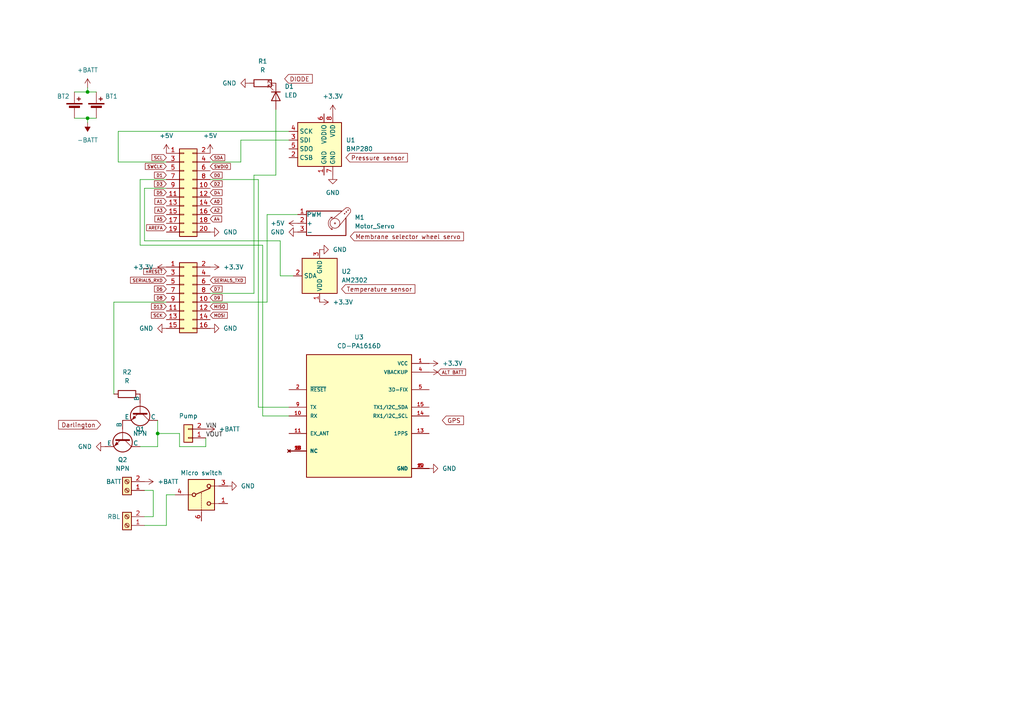
<source format=kicad_sch>
(kicad_sch (version 20230121) (generator eeschema)

  (uuid d94e0c98-8fe7-443c-919d-1743ccdf857a)

  (paper "A4")

  (lib_symbols
    (symbol "Analog_Switch:FSA3157L6X" (pin_names (offset 0.127)) (in_bom yes) (on_board yes)
      (property "Reference" "U" (at -3.175 7.493 0)
        (effects (font (size 1.27 1.27)) (justify left))
      )
      (property "Value" "FSA3157L6X" (at -3.175 5.715 0)
        (effects (font (size 1.27 1.27)) (justify left))
      )
      (property "Footprint" "Package_SON:Fairchild_MicroPak-6_1.0x1.45mm_P0.5mm" (at 0.635 -13.335 0)
        (effects (font (size 1.27 1.27)) (justify left) hide)
      )
      (property "Datasheet" "https://www.onsemi.com/pub/Collateral/NC7SB3157-D.PDF" (at 0.635 -11.43 0)
        (effects (font (size 1.27 1.27)) (justify left) hide)
      )
      (property "ki_keywords" "CMOS Analog Switch" (at 0 0 0)
        (effects (font (size 1.27 1.27)) hide)
      )
      (property "ki_description" "Single SPDT Low-Voltage Analog Switch or 2:1 Multiplexer/De-Multiplexer Bus Switch, 10Ohm Ron, MicroPak-6" (at 0 0 0)
        (effects (font (size 1.27 1.27)) hide)
      )
      (property "ki_fp_filters" "Fairchild*MicroPak*1.0x1.45mm*P0.5mm*" (at 0 0 0)
        (effects (font (size 1.27 1.27)) hide)
      )
      (symbol "FSA3157L6X_1_1"
        (rectangle (start -3.81 4.445) (end 3.81 -4.445)
          (stroke (width 0.254) (type default))
          (fill (type background))
        )
        (circle (center -2.159 0) (radius 0.508)
          (stroke (width 0.254) (type default))
          (fill (type none))
        )
        (polyline
          (pts
            (xy -5.08 0)
            (xy -2.794 0)
          )
          (stroke (width 0) (type default))
          (fill (type none))
        )
        (polyline
          (pts
            (xy -1.651 0.127)
            (xy 2.54 1.905)
          )
          (stroke (width 0.254) (type default))
          (fill (type none))
        )
        (polyline
          (pts
            (xy 0 -5.08)
            (xy 0 -4.572)
          )
          (stroke (width 0) (type default))
          (fill (type none))
        )
        (polyline
          (pts
            (xy 0 -4.318)
            (xy 0 -4.064)
          )
          (stroke (width 0) (type default))
          (fill (type none))
        )
        (polyline
          (pts
            (xy 0 -3.81)
            (xy 0 -3.556)
          )
          (stroke (width 0) (type default))
          (fill (type none))
        )
        (polyline
          (pts
            (xy 0 -3.302)
            (xy 0 -3.048)
          )
          (stroke (width 0) (type default))
          (fill (type none))
        )
        (polyline
          (pts
            (xy 0 -2.794)
            (xy 0 -2.54)
          )
          (stroke (width 0) (type default))
          (fill (type none))
        )
        (polyline
          (pts
            (xy 0 -2.286)
            (xy 0 -2.032)
          )
          (stroke (width 0) (type default))
          (fill (type none))
        )
        (polyline
          (pts
            (xy 0 -1.778)
            (xy 0 -1.524)
          )
          (stroke (width 0) (type default))
          (fill (type none))
        )
        (polyline
          (pts
            (xy 0 -1.27)
            (xy 0 -1.016)
          )
          (stroke (width 0) (type default))
          (fill (type none))
        )
        (polyline
          (pts
            (xy 0 -0.762)
            (xy 0 -0.508)
          )
          (stroke (width 0) (type default))
          (fill (type none))
        )
        (polyline
          (pts
            (xy 0 -0.254)
            (xy 0 0)
          )
          (stroke (width 0) (type default))
          (fill (type none))
        )
        (polyline
          (pts
            (xy 0 0.254)
            (xy 0 0.508)
          )
          (stroke (width 0) (type default))
          (fill (type none))
        )
        (polyline
          (pts
            (xy 0 0.254)
            (xy 0 0.508)
          )
          (stroke (width 0) (type default))
          (fill (type none))
        )
        (polyline
          (pts
            (xy 5.08 -2.54)
            (xy 2.794 -2.54)
          )
          (stroke (width 0) (type default))
          (fill (type none))
        )
        (polyline
          (pts
            (xy 5.08 2.54)
            (xy 2.794 2.54)
          )
          (stroke (width 0) (type default))
          (fill (type none))
        )
        (circle (center 2.159 -2.54) (radius 0.508)
          (stroke (width 0.254) (type default))
          (fill (type none))
        )
        (circle (center 2.159 2.54) (radius 0.508)
          (stroke (width 0.254) (type default))
          (fill (type none))
        )
        (pin passive line (at 7.62 -2.54 180) (length 2.54)
          (name "~" (effects (font (size 1.27 1.27))))
          (number "1" (effects (font (size 1.27 1.27))))
        )
        (pin passive line (at 7.62 2.54 180) (length 2.54)
          (name "~" (effects (font (size 1.27 1.27))))
          (number "3" (effects (font (size 1.27 1.27))))
        )
        (pin passive line (at -7.62 0 0) (length 2.54)
          (name "~" (effects (font (size 1.27 1.27))))
          (number "4" (effects (font (size 1.27 1.27))))
        )
        (pin input line (at 0 -7.62 90) (length 2.54)
          (name "~" (effects (font (size 1.27 1.27))))
          (number "6" (effects (font (size 1.27 1.27))))
        )
      )
      (symbol "FSA3157L6X_2_0"
        (pin power_in line (at 0 -12.7 90) (length 2.54)
          (name "GND" (effects (font (size 1.27 1.27))))
          (number "2" (effects (font (size 1.27 1.27))))
        )
        (pin power_in line (at 0 12.7 270) (length 2.54)
          (name "V+" (effects (font (size 1.27 1.27))))
          (number "5" (effects (font (size 1.27 1.27))))
        )
      )
      (symbol "FSA3157L6X_2_1"
        (rectangle (start -3.81 10.16) (end 3.81 -10.16)
          (stroke (width 0.254) (type default))
          (fill (type background))
        )
      )
    )
    (symbol "CD-PA1616D:CD-PA1616D" (pin_names (offset 1.016)) (in_bom yes) (on_board yes)
      (property "Reference" "U" (at -15.24 18.542 0)
        (effects (font (size 1.27 1.27)) (justify left bottom))
      )
      (property "Value" "CD-PA1616D" (at -15.24 -20.32 0)
        (effects (font (size 1.27 1.27)) (justify left bottom))
      )
      (property "Footprint" "CD-PA1616D:XCVR_CD-PA1616D" (at 0 0 0)
        (effects (font (size 1.27 1.27)) (justify bottom) hide)
      )
      (property "Datasheet" "" (at 0 0 0)
        (effects (font (size 1.27 1.27)) hide)
      )
      (property "MF" "CD Top" (at 0 0 0)
        (effects (font (size 1.27 1.27)) (justify bottom) hide)
      )
      (property "MAXIMUM_PACKAGE_HEIGHT" "6.7 mm" (at 0 0 0)
        (effects (font (size 1.27 1.27)) (justify bottom) hide)
      )
      (property "Package" "Package" (at 0 0 0)
        (effects (font (size 1.27 1.27)) (justify bottom) hide)
      )
      (property "Price" "None" (at 0 0 0)
        (effects (font (size 1.27 1.27)) (justify bottom) hide)
      )
      (property "Check_prices" "https://www.snapeda.com/parts/CD-PA1616D/CD+Top/view-part/?ref=eda" (at 0 0 0)
        (effects (font (size 1.27 1.27)) (justify bottom) hide)
      )
      (property "STANDARD" "Manufacturer Recommendations" (at 0 0 0)
        (effects (font (size 1.27 1.27)) (justify bottom) hide)
      )
      (property "PARTREV" "V.06" (at 0 0 0)
        (effects (font (size 1.27 1.27)) (justify bottom) hide)
      )
      (property "SnapEDA_Link" "https://www.snapeda.com/parts/CD-PA1616D/CD+Top/view-part/?ref=snap" (at 0 0 0)
        (effects (font (size 1.27 1.27)) (justify bottom) hide)
      )
      (property "MP" "CD-PA1616D" (at 0 0 0)
        (effects (font (size 1.27 1.27)) (justify bottom) hide)
      )
      (property "Description" "\nCD-PA1616DGNSS patch antenna module\n" (at 0 0 0)
        (effects (font (size 1.27 1.27)) (justify bottom) hide)
      )
      (property "SNAPEDA_PN" "CD-PA1616D" (at 0 0 0)
        (effects (font (size 1.27 1.27)) (justify bottom) hide)
      )
      (property "Availability" "Not in stock" (at 0 0 0)
        (effects (font (size 1.27 1.27)) (justify bottom) hide)
      )
      (property "MANUFACTURER" "CD Top" (at 0 0 0)
        (effects (font (size 1.27 1.27)) (justify bottom) hide)
      )
      (symbol "CD-PA1616D_0_0"
        (rectangle (start -15.24 -17.78) (end 15.24 17.78)
          (stroke (width 0.254) (type default))
          (fill (type background))
        )
        (pin power_in line (at 20.32 15.24 180) (length 5.08)
          (name "VCC" (effects (font (size 1.016 1.016))))
          (number "1" (effects (font (size 1.016 1.016))))
        )
        (pin input line (at -20.32 0 0) (length 5.08)
          (name "RX" (effects (font (size 1.016 1.016))))
          (number "10" (effects (font (size 1.016 1.016))))
        )
        (pin bidirectional line (at -20.32 -5.08 0) (length 5.08)
          (name "EX_ANT" (effects (font (size 1.016 1.016))))
          (number "11" (effects (font (size 1.016 1.016))))
        )
        (pin power_in line (at 20.32 -15.24 180) (length 5.08)
          (name "GND" (effects (font (size 1.016 1.016))))
          (number "12" (effects (font (size 1.016 1.016))))
        )
        (pin output line (at 20.32 -5.08 180) (length 5.08)
          (name "1PPS" (effects (font (size 1.016 1.016))))
          (number "13" (effects (font (size 1.016 1.016))))
        )
        (pin input line (at 20.32 0 180) (length 5.08)
          (name "RX1/I2C_SCL" (effects (font (size 1.016 1.016))))
          (number "14" (effects (font (size 1.016 1.016))))
        )
        (pin output line (at 20.32 2.54 180) (length 5.08)
          (name "TX1/I2C_SDA" (effects (font (size 1.016 1.016))))
          (number "15" (effects (font (size 1.016 1.016))))
        )
        (pin no_connect line (at -20.32 -10.16 0) (length 5.08)
          (name "NC" (effects (font (size 1.016 1.016))))
          (number "16" (effects (font (size 1.016 1.016))))
        )
        (pin no_connect line (at -20.32 -10.16 0) (length 5.08)
          (name "NC" (effects (font (size 1.016 1.016))))
          (number "17" (effects (font (size 1.016 1.016))))
        )
        (pin no_connect line (at -20.32 -10.16 0) (length 5.08)
          (name "NC" (effects (font (size 1.016 1.016))))
          (number "18" (effects (font (size 1.016 1.016))))
        )
        (pin power_in line (at 20.32 -15.24 180) (length 5.08)
          (name "GND" (effects (font (size 1.016 1.016))))
          (number "19" (effects (font (size 1.016 1.016))))
        )
        (pin input line (at -20.32 7.62 0) (length 5.08)
          (name "~{RESET}" (effects (font (size 1.016 1.016))))
          (number "2" (effects (font (size 1.016 1.016))))
        )
        (pin no_connect line (at -20.32 -10.16 0) (length 5.08)
          (name "NC" (effects (font (size 1.016 1.016))))
          (number "20" (effects (font (size 1.016 1.016))))
        )
        (pin power_in line (at 20.32 -15.24 180) (length 5.08)
          (name "GND" (effects (font (size 1.016 1.016))))
          (number "3" (effects (font (size 1.016 1.016))))
        )
        (pin power_in line (at 20.32 12.7 180) (length 5.08)
          (name "VBACKUP" (effects (font (size 1.016 1.016))))
          (number "4" (effects (font (size 1.016 1.016))))
        )
        (pin output line (at 20.32 7.62 180) (length 5.08)
          (name "3D-FIX" (effects (font (size 1.016 1.016))))
          (number "5" (effects (font (size 1.016 1.016))))
        )
        (pin no_connect line (at -20.32 -10.16 0) (length 5.08)
          (name "NC" (effects (font (size 1.016 1.016))))
          (number "6" (effects (font (size 1.016 1.016))))
        )
        (pin no_connect line (at -20.32 -10.16 0) (length 5.08)
          (name "NC" (effects (font (size 1.016 1.016))))
          (number "7" (effects (font (size 1.016 1.016))))
        )
        (pin power_in line (at 20.32 -15.24 180) (length 5.08)
          (name "GND" (effects (font (size 1.016 1.016))))
          (number "8" (effects (font (size 1.016 1.016))))
        )
        (pin output line (at -20.32 2.54 0) (length 5.08)
          (name "TX" (effects (font (size 1.016 1.016))))
          (number "9" (effects (font (size 1.016 1.016))))
        )
      )
    )
    (symbol "Connector:Screw_Terminal_01x02" (pin_names (offset 1.016) hide) (in_bom yes) (on_board yes)
      (property "Reference" "J" (at 0 2.54 0)
        (effects (font (size 1.27 1.27)))
      )
      (property "Value" "Screw_Terminal_01x02" (at 0 -5.08 0)
        (effects (font (size 1.27 1.27)))
      )
      (property "Footprint" "" (at 0 0 0)
        (effects (font (size 1.27 1.27)) hide)
      )
      (property "Datasheet" "~" (at 0 0 0)
        (effects (font (size 1.27 1.27)) hide)
      )
      (property "ki_keywords" "screw terminal" (at 0 0 0)
        (effects (font (size 1.27 1.27)) hide)
      )
      (property "ki_description" "Generic screw terminal, single row, 01x02, script generated (kicad-library-utils/schlib/autogen/connector/)" (at 0 0 0)
        (effects (font (size 1.27 1.27)) hide)
      )
      (property "ki_fp_filters" "TerminalBlock*:*" (at 0 0 0)
        (effects (font (size 1.27 1.27)) hide)
      )
      (symbol "Screw_Terminal_01x02_1_1"
        (rectangle (start -1.27 1.27) (end 1.27 -3.81)
          (stroke (width 0.254) (type default))
          (fill (type background))
        )
        (circle (center 0 -2.54) (radius 0.635)
          (stroke (width 0.1524) (type default))
          (fill (type none))
        )
        (polyline
          (pts
            (xy -0.5334 -2.2098)
            (xy 0.3302 -3.048)
          )
          (stroke (width 0.1524) (type default))
          (fill (type none))
        )
        (polyline
          (pts
            (xy -0.5334 0.3302)
            (xy 0.3302 -0.508)
          )
          (stroke (width 0.1524) (type default))
          (fill (type none))
        )
        (polyline
          (pts
            (xy -0.3556 -2.032)
            (xy 0.508 -2.8702)
          )
          (stroke (width 0.1524) (type default))
          (fill (type none))
        )
        (polyline
          (pts
            (xy -0.3556 0.508)
            (xy 0.508 -0.3302)
          )
          (stroke (width 0.1524) (type default))
          (fill (type none))
        )
        (circle (center 0 0) (radius 0.635)
          (stroke (width 0.1524) (type default))
          (fill (type none))
        )
        (pin passive line (at -5.08 0 0) (length 3.81)
          (name "Pin_1" (effects (font (size 1.27 1.27))))
          (number "1" (effects (font (size 1.27 1.27))))
        )
        (pin passive line (at -5.08 -2.54 0) (length 3.81)
          (name "Pin_2" (effects (font (size 1.27 1.27))))
          (number "2" (effects (font (size 1.27 1.27))))
        )
      )
    )
    (symbol "Connector_Generic:Conn_01x02" (pin_names (offset 1.016) hide) (in_bom yes) (on_board yes)
      (property "Reference" "J" (at 0 2.54 0)
        (effects (font (size 1.27 1.27)))
      )
      (property "Value" "Conn_01x02" (at 0 -5.08 0)
        (effects (font (size 1.27 1.27)))
      )
      (property "Footprint" "" (at 0 0 0)
        (effects (font (size 1.27 1.27)) hide)
      )
      (property "Datasheet" "~" (at 0 0 0)
        (effects (font (size 1.27 1.27)) hide)
      )
      (property "ki_keywords" "connector" (at 0 0 0)
        (effects (font (size 1.27 1.27)) hide)
      )
      (property "ki_description" "Generic connector, single row, 01x02, script generated (kicad-library-utils/schlib/autogen/connector/)" (at 0 0 0)
        (effects (font (size 1.27 1.27)) hide)
      )
      (property "ki_fp_filters" "Connector*:*_1x??_*" (at 0 0 0)
        (effects (font (size 1.27 1.27)) hide)
      )
      (symbol "Conn_01x02_1_1"
        (rectangle (start -1.27 -2.413) (end 0 -2.667)
          (stroke (width 0.1524) (type default))
          (fill (type none))
        )
        (rectangle (start -1.27 0.127) (end 0 -0.127)
          (stroke (width 0.1524) (type default))
          (fill (type none))
        )
        (rectangle (start -1.27 1.27) (end 1.27 -3.81)
          (stroke (width 0.254) (type default))
          (fill (type background))
        )
        (pin passive line (at -5.08 0 0) (length 3.81)
          (name "Pin_1" (effects (font (size 1.27 1.27))))
          (number "1" (effects (font (size 1.27 1.27))))
        )
        (pin passive line (at -5.08 -2.54 0) (length 3.81)
          (name "Pin_2" (effects (font (size 1.27 1.27))))
          (number "2" (effects (font (size 1.27 1.27))))
        )
      )
    )
    (symbol "Connector_Generic:Conn_02x08_Odd_Even" (pin_names (offset 1.016) hide) (in_bom yes) (on_board yes)
      (property "Reference" "J" (at 1.27 10.16 0)
        (effects (font (size 1.27 1.27)))
      )
      (property "Value" "Conn_02x08_Odd_Even" (at 1.27 -12.7 0)
        (effects (font (size 1.27 1.27)))
      )
      (property "Footprint" "" (at 0 0 0)
        (effects (font (size 1.27 1.27)) hide)
      )
      (property "Datasheet" "~" (at 0 0 0)
        (effects (font (size 1.27 1.27)) hide)
      )
      (property "ki_keywords" "connector" (at 0 0 0)
        (effects (font (size 1.27 1.27)) hide)
      )
      (property "ki_description" "Generic connector, double row, 02x08, odd/even pin numbering scheme (row 1 odd numbers, row 2 even numbers), script generated (kicad-library-utils/schlib/autogen/connector/)" (at 0 0 0)
        (effects (font (size 1.27 1.27)) hide)
      )
      (property "ki_fp_filters" "Connector*:*_2x??_*" (at 0 0 0)
        (effects (font (size 1.27 1.27)) hide)
      )
      (symbol "Conn_02x08_Odd_Even_1_1"
        (rectangle (start -1.27 -10.033) (end 0 -10.287)
          (stroke (width 0.1524) (type default))
          (fill (type none))
        )
        (rectangle (start -1.27 -7.493) (end 0 -7.747)
          (stroke (width 0.1524) (type default))
          (fill (type none))
        )
        (rectangle (start -1.27 -4.953) (end 0 -5.207)
          (stroke (width 0.1524) (type default))
          (fill (type none))
        )
        (rectangle (start -1.27 -2.413) (end 0 -2.667)
          (stroke (width 0.1524) (type default))
          (fill (type none))
        )
        (rectangle (start -1.27 0.127) (end 0 -0.127)
          (stroke (width 0.1524) (type default))
          (fill (type none))
        )
        (rectangle (start -1.27 2.667) (end 0 2.413)
          (stroke (width 0.1524) (type default))
          (fill (type none))
        )
        (rectangle (start -1.27 5.207) (end 0 4.953)
          (stroke (width 0.1524) (type default))
          (fill (type none))
        )
        (rectangle (start -1.27 7.747) (end 0 7.493)
          (stroke (width 0.1524) (type default))
          (fill (type none))
        )
        (rectangle (start -1.27 8.89) (end 3.81 -11.43)
          (stroke (width 0.254) (type default))
          (fill (type background))
        )
        (rectangle (start 3.81 -10.033) (end 2.54 -10.287)
          (stroke (width 0.1524) (type default))
          (fill (type none))
        )
        (rectangle (start 3.81 -7.493) (end 2.54 -7.747)
          (stroke (width 0.1524) (type default))
          (fill (type none))
        )
        (rectangle (start 3.81 -4.953) (end 2.54 -5.207)
          (stroke (width 0.1524) (type default))
          (fill (type none))
        )
        (rectangle (start 3.81 -2.413) (end 2.54 -2.667)
          (stroke (width 0.1524) (type default))
          (fill (type none))
        )
        (rectangle (start 3.81 0.127) (end 2.54 -0.127)
          (stroke (width 0.1524) (type default))
          (fill (type none))
        )
        (rectangle (start 3.81 2.667) (end 2.54 2.413)
          (stroke (width 0.1524) (type default))
          (fill (type none))
        )
        (rectangle (start 3.81 5.207) (end 2.54 4.953)
          (stroke (width 0.1524) (type default))
          (fill (type none))
        )
        (rectangle (start 3.81 7.747) (end 2.54 7.493)
          (stroke (width 0.1524) (type default))
          (fill (type none))
        )
        (pin passive line (at -5.08 7.62 0) (length 3.81)
          (name "Pin_1" (effects (font (size 1.27 1.27))))
          (number "1" (effects (font (size 1.27 1.27))))
        )
        (pin passive line (at 7.62 -2.54 180) (length 3.81)
          (name "Pin_10" (effects (font (size 1.27 1.27))))
          (number "10" (effects (font (size 1.27 1.27))))
        )
        (pin passive line (at -5.08 -5.08 0) (length 3.81)
          (name "Pin_11" (effects (font (size 1.27 1.27))))
          (number "11" (effects (font (size 1.27 1.27))))
        )
        (pin passive line (at 7.62 -5.08 180) (length 3.81)
          (name "Pin_12" (effects (font (size 1.27 1.27))))
          (number "12" (effects (font (size 1.27 1.27))))
        )
        (pin passive line (at -5.08 -7.62 0) (length 3.81)
          (name "Pin_13" (effects (font (size 1.27 1.27))))
          (number "13" (effects (font (size 1.27 1.27))))
        )
        (pin passive line (at 7.62 -7.62 180) (length 3.81)
          (name "Pin_14" (effects (font (size 1.27 1.27))))
          (number "14" (effects (font (size 1.27 1.27))))
        )
        (pin passive line (at -5.08 -10.16 0) (length 3.81)
          (name "Pin_15" (effects (font (size 1.27 1.27))))
          (number "15" (effects (font (size 1.27 1.27))))
        )
        (pin passive line (at 7.62 -10.16 180) (length 3.81)
          (name "Pin_16" (effects (font (size 1.27 1.27))))
          (number "16" (effects (font (size 1.27 1.27))))
        )
        (pin passive line (at 7.62 7.62 180) (length 3.81)
          (name "Pin_2" (effects (font (size 1.27 1.27))))
          (number "2" (effects (font (size 1.27 1.27))))
        )
        (pin passive line (at -5.08 5.08 0) (length 3.81)
          (name "Pin_3" (effects (font (size 1.27 1.27))))
          (number "3" (effects (font (size 1.27 1.27))))
        )
        (pin passive line (at 7.62 5.08 180) (length 3.81)
          (name "Pin_4" (effects (font (size 1.27 1.27))))
          (number "4" (effects (font (size 1.27 1.27))))
        )
        (pin passive line (at -5.08 2.54 0) (length 3.81)
          (name "Pin_5" (effects (font (size 1.27 1.27))))
          (number "5" (effects (font (size 1.27 1.27))))
        )
        (pin passive line (at 7.62 2.54 180) (length 3.81)
          (name "Pin_6" (effects (font (size 1.27 1.27))))
          (number "6" (effects (font (size 1.27 1.27))))
        )
        (pin passive line (at -5.08 0 0) (length 3.81)
          (name "Pin_7" (effects (font (size 1.27 1.27))))
          (number "7" (effects (font (size 1.27 1.27))))
        )
        (pin passive line (at 7.62 0 180) (length 3.81)
          (name "Pin_8" (effects (font (size 1.27 1.27))))
          (number "8" (effects (font (size 1.27 1.27))))
        )
        (pin passive line (at -5.08 -2.54 0) (length 3.81)
          (name "Pin_9" (effects (font (size 1.27 1.27))))
          (number "9" (effects (font (size 1.27 1.27))))
        )
      )
    )
    (symbol "Connector_Generic:Conn_02x10_Odd_Even" (pin_names (offset 1.016) hide) (in_bom yes) (on_board yes)
      (property "Reference" "J" (at 1.27 12.7 0)
        (effects (font (size 1.27 1.27)))
      )
      (property "Value" "Conn_02x10_Odd_Even" (at 1.27 -15.24 0)
        (effects (font (size 1.27 1.27)))
      )
      (property "Footprint" "" (at 0 0 0)
        (effects (font (size 1.27 1.27)) hide)
      )
      (property "Datasheet" "~" (at 0 0 0)
        (effects (font (size 1.27 1.27)) hide)
      )
      (property "ki_keywords" "connector" (at 0 0 0)
        (effects (font (size 1.27 1.27)) hide)
      )
      (property "ki_description" "Generic connector, double row, 02x10, odd/even pin numbering scheme (row 1 odd numbers, row 2 even numbers), script generated (kicad-library-utils/schlib/autogen/connector/)" (at 0 0 0)
        (effects (font (size 1.27 1.27)) hide)
      )
      (property "ki_fp_filters" "Connector*:*_2x??_*" (at 0 0 0)
        (effects (font (size 1.27 1.27)) hide)
      )
      (symbol "Conn_02x10_Odd_Even_1_1"
        (rectangle (start -1.27 -12.573) (end 0 -12.827)
          (stroke (width 0.1524) (type default))
          (fill (type none))
        )
        (rectangle (start -1.27 -10.033) (end 0 -10.287)
          (stroke (width 0.1524) (type default))
          (fill (type none))
        )
        (rectangle (start -1.27 -7.493) (end 0 -7.747)
          (stroke (width 0.1524) (type default))
          (fill (type none))
        )
        (rectangle (start -1.27 -4.953) (end 0 -5.207)
          (stroke (width 0.1524) (type default))
          (fill (type none))
        )
        (rectangle (start -1.27 -2.413) (end 0 -2.667)
          (stroke (width 0.1524) (type default))
          (fill (type none))
        )
        (rectangle (start -1.27 0.127) (end 0 -0.127)
          (stroke (width 0.1524) (type default))
          (fill (type none))
        )
        (rectangle (start -1.27 2.667) (end 0 2.413)
          (stroke (width 0.1524) (type default))
          (fill (type none))
        )
        (rectangle (start -1.27 5.207) (end 0 4.953)
          (stroke (width 0.1524) (type default))
          (fill (type none))
        )
        (rectangle (start -1.27 7.747) (end 0 7.493)
          (stroke (width 0.1524) (type default))
          (fill (type none))
        )
        (rectangle (start -1.27 10.287) (end 0 10.033)
          (stroke (width 0.1524) (type default))
          (fill (type none))
        )
        (rectangle (start -1.27 11.43) (end 3.81 -13.97)
          (stroke (width 0.254) (type default))
          (fill (type background))
        )
        (rectangle (start 3.81 -12.573) (end 2.54 -12.827)
          (stroke (width 0.1524) (type default))
          (fill (type none))
        )
        (rectangle (start 3.81 -10.033) (end 2.54 -10.287)
          (stroke (width 0.1524) (type default))
          (fill (type none))
        )
        (rectangle (start 3.81 -7.493) (end 2.54 -7.747)
          (stroke (width 0.1524) (type default))
          (fill (type none))
        )
        (rectangle (start 3.81 -4.953) (end 2.54 -5.207)
          (stroke (width 0.1524) (type default))
          (fill (type none))
        )
        (rectangle (start 3.81 -2.413) (end 2.54 -2.667)
          (stroke (width 0.1524) (type default))
          (fill (type none))
        )
        (rectangle (start 3.81 0.127) (end 2.54 -0.127)
          (stroke (width 0.1524) (type default))
          (fill (type none))
        )
        (rectangle (start 3.81 2.667) (end 2.54 2.413)
          (stroke (width 0.1524) (type default))
          (fill (type none))
        )
        (rectangle (start 3.81 5.207) (end 2.54 4.953)
          (stroke (width 0.1524) (type default))
          (fill (type none))
        )
        (rectangle (start 3.81 7.747) (end 2.54 7.493)
          (stroke (width 0.1524) (type default))
          (fill (type none))
        )
        (rectangle (start 3.81 10.287) (end 2.54 10.033)
          (stroke (width 0.1524) (type default))
          (fill (type none))
        )
        (pin passive line (at -5.08 10.16 0) (length 3.81)
          (name "Pin_1" (effects (font (size 1.27 1.27))))
          (number "1" (effects (font (size 1.27 1.27))))
        )
        (pin passive line (at 7.62 0 180) (length 3.81)
          (name "Pin_10" (effects (font (size 1.27 1.27))))
          (number "10" (effects (font (size 1.27 1.27))))
        )
        (pin passive line (at -5.08 -2.54 0) (length 3.81)
          (name "Pin_11" (effects (font (size 1.27 1.27))))
          (number "11" (effects (font (size 1.27 1.27))))
        )
        (pin passive line (at 7.62 -2.54 180) (length 3.81)
          (name "Pin_12" (effects (font (size 1.27 1.27))))
          (number "12" (effects (font (size 1.27 1.27))))
        )
        (pin passive line (at -5.08 -5.08 0) (length 3.81)
          (name "Pin_13" (effects (font (size 1.27 1.27))))
          (number "13" (effects (font (size 1.27 1.27))))
        )
        (pin passive line (at 7.62 -5.08 180) (length 3.81)
          (name "Pin_14" (effects (font (size 1.27 1.27))))
          (number "14" (effects (font (size 1.27 1.27))))
        )
        (pin passive line (at -5.08 -7.62 0) (length 3.81)
          (name "Pin_15" (effects (font (size 1.27 1.27))))
          (number "15" (effects (font (size 1.27 1.27))))
        )
        (pin passive line (at 7.62 -7.62 180) (length 3.81)
          (name "Pin_16" (effects (font (size 1.27 1.27))))
          (number "16" (effects (font (size 1.27 1.27))))
        )
        (pin passive line (at -5.08 -10.16 0) (length 3.81)
          (name "Pin_17" (effects (font (size 1.27 1.27))))
          (number "17" (effects (font (size 1.27 1.27))))
        )
        (pin passive line (at 7.62 -10.16 180) (length 3.81)
          (name "Pin_18" (effects (font (size 1.27 1.27))))
          (number "18" (effects (font (size 1.27 1.27))))
        )
        (pin passive line (at -5.08 -12.7 0) (length 3.81)
          (name "Pin_19" (effects (font (size 1.27 1.27))))
          (number "19" (effects (font (size 1.27 1.27))))
        )
        (pin passive line (at 7.62 10.16 180) (length 3.81)
          (name "Pin_2" (effects (font (size 1.27 1.27))))
          (number "2" (effects (font (size 1.27 1.27))))
        )
        (pin passive line (at 7.62 -12.7 180) (length 3.81)
          (name "Pin_20" (effects (font (size 1.27 1.27))))
          (number "20" (effects (font (size 1.27 1.27))))
        )
        (pin passive line (at -5.08 7.62 0) (length 3.81)
          (name "Pin_3" (effects (font (size 1.27 1.27))))
          (number "3" (effects (font (size 1.27 1.27))))
        )
        (pin passive line (at 7.62 7.62 180) (length 3.81)
          (name "Pin_4" (effects (font (size 1.27 1.27))))
          (number "4" (effects (font (size 1.27 1.27))))
        )
        (pin passive line (at -5.08 5.08 0) (length 3.81)
          (name "Pin_5" (effects (font (size 1.27 1.27))))
          (number "5" (effects (font (size 1.27 1.27))))
        )
        (pin passive line (at 7.62 5.08 180) (length 3.81)
          (name "Pin_6" (effects (font (size 1.27 1.27))))
          (number "6" (effects (font (size 1.27 1.27))))
        )
        (pin passive line (at -5.08 2.54 0) (length 3.81)
          (name "Pin_7" (effects (font (size 1.27 1.27))))
          (number "7" (effects (font (size 1.27 1.27))))
        )
        (pin passive line (at 7.62 2.54 180) (length 3.81)
          (name "Pin_8" (effects (font (size 1.27 1.27))))
          (number "8" (effects (font (size 1.27 1.27))))
        )
        (pin passive line (at -5.08 0 0) (length 3.81)
          (name "Pin_9" (effects (font (size 1.27 1.27))))
          (number "9" (effects (font (size 1.27 1.27))))
        )
      )
    )
    (symbol "Device:Battery_Cell" (pin_numbers hide) (pin_names (offset 0) hide) (in_bom yes) (on_board yes)
      (property "Reference" "BT" (at 2.54 2.54 0)
        (effects (font (size 1.27 1.27)) (justify left))
      )
      (property "Value" "Battery_Cell" (at 2.54 0 0)
        (effects (font (size 1.27 1.27)) (justify left))
      )
      (property "Footprint" "" (at 0 1.524 90)
        (effects (font (size 1.27 1.27)) hide)
      )
      (property "Datasheet" "~" (at 0 1.524 90)
        (effects (font (size 1.27 1.27)) hide)
      )
      (property "ki_keywords" "battery cell" (at 0 0 0)
        (effects (font (size 1.27 1.27)) hide)
      )
      (property "ki_description" "Single-cell battery" (at 0 0 0)
        (effects (font (size 1.27 1.27)) hide)
      )
      (symbol "Battery_Cell_0_1"
        (rectangle (start -2.286 1.778) (end 2.286 1.524)
          (stroke (width 0) (type default))
          (fill (type outline))
        )
        (rectangle (start -1.524 1.016) (end 1.524 0.508)
          (stroke (width 0) (type default))
          (fill (type outline))
        )
        (polyline
          (pts
            (xy 0 0.762)
            (xy 0 0)
          )
          (stroke (width 0) (type default))
          (fill (type none))
        )
        (polyline
          (pts
            (xy 0 1.778)
            (xy 0 2.54)
          )
          (stroke (width 0) (type default))
          (fill (type none))
        )
        (polyline
          (pts
            (xy 0.762 3.048)
            (xy 1.778 3.048)
          )
          (stroke (width 0.254) (type default))
          (fill (type none))
        )
        (polyline
          (pts
            (xy 1.27 3.556)
            (xy 1.27 2.54)
          )
          (stroke (width 0.254) (type default))
          (fill (type none))
        )
      )
      (symbol "Battery_Cell_1_1"
        (pin passive line (at 0 5.08 270) (length 2.54)
          (name "+" (effects (font (size 1.27 1.27))))
          (number "1" (effects (font (size 1.27 1.27))))
        )
        (pin passive line (at 0 -2.54 90) (length 2.54)
          (name "-" (effects (font (size 1.27 1.27))))
          (number "2" (effects (font (size 1.27 1.27))))
        )
      )
    )
    (symbol "Device:LED" (pin_numbers hide) (pin_names (offset 1.016) hide) (in_bom yes) (on_board yes)
      (property "Reference" "D" (at 0 2.54 0)
        (effects (font (size 1.27 1.27)))
      )
      (property "Value" "LED" (at 0 -2.54 0)
        (effects (font (size 1.27 1.27)))
      )
      (property "Footprint" "" (at 0 0 0)
        (effects (font (size 1.27 1.27)) hide)
      )
      (property "Datasheet" "~" (at 0 0 0)
        (effects (font (size 1.27 1.27)) hide)
      )
      (property "ki_keywords" "LED diode" (at 0 0 0)
        (effects (font (size 1.27 1.27)) hide)
      )
      (property "ki_description" "Light emitting diode" (at 0 0 0)
        (effects (font (size 1.27 1.27)) hide)
      )
      (property "ki_fp_filters" "LED* LED_SMD:* LED_THT:*" (at 0 0 0)
        (effects (font (size 1.27 1.27)) hide)
      )
      (symbol "LED_0_1"
        (polyline
          (pts
            (xy -1.27 -1.27)
            (xy -1.27 1.27)
          )
          (stroke (width 0.254) (type default))
          (fill (type none))
        )
        (polyline
          (pts
            (xy -1.27 0)
            (xy 1.27 0)
          )
          (stroke (width 0) (type default))
          (fill (type none))
        )
        (polyline
          (pts
            (xy 1.27 -1.27)
            (xy 1.27 1.27)
            (xy -1.27 0)
            (xy 1.27 -1.27)
          )
          (stroke (width 0.254) (type default))
          (fill (type none))
        )
        (polyline
          (pts
            (xy -3.048 -0.762)
            (xy -4.572 -2.286)
            (xy -3.81 -2.286)
            (xy -4.572 -2.286)
            (xy -4.572 -1.524)
          )
          (stroke (width 0) (type default))
          (fill (type none))
        )
        (polyline
          (pts
            (xy -1.778 -0.762)
            (xy -3.302 -2.286)
            (xy -2.54 -2.286)
            (xy -3.302 -2.286)
            (xy -3.302 -1.524)
          )
          (stroke (width 0) (type default))
          (fill (type none))
        )
      )
      (symbol "LED_1_1"
        (pin passive line (at -3.81 0 0) (length 2.54)
          (name "K" (effects (font (size 1.27 1.27))))
          (number "1" (effects (font (size 1.27 1.27))))
        )
        (pin passive line (at 3.81 0 180) (length 2.54)
          (name "A" (effects (font (size 1.27 1.27))))
          (number "2" (effects (font (size 1.27 1.27))))
        )
      )
    )
    (symbol "Device:R" (pin_numbers hide) (pin_names (offset 0)) (in_bom yes) (on_board yes)
      (property "Reference" "R" (at 2.032 0 90)
        (effects (font (size 1.27 1.27)))
      )
      (property "Value" "R" (at 0 0 90)
        (effects (font (size 1.27 1.27)))
      )
      (property "Footprint" "" (at -1.778 0 90)
        (effects (font (size 1.27 1.27)) hide)
      )
      (property "Datasheet" "~" (at 0 0 0)
        (effects (font (size 1.27 1.27)) hide)
      )
      (property "ki_keywords" "R res resistor" (at 0 0 0)
        (effects (font (size 1.27 1.27)) hide)
      )
      (property "ki_description" "Resistor" (at 0 0 0)
        (effects (font (size 1.27 1.27)) hide)
      )
      (property "ki_fp_filters" "R_*" (at 0 0 0)
        (effects (font (size 1.27 1.27)) hide)
      )
      (symbol "R_0_1"
        (rectangle (start -1.016 -2.54) (end 1.016 2.54)
          (stroke (width 0.254) (type default))
          (fill (type none))
        )
      )
      (symbol "R_1_1"
        (pin passive line (at 0 3.81 270) (length 1.27)
          (name "~" (effects (font (size 1.27 1.27))))
          (number "1" (effects (font (size 1.27 1.27))))
        )
        (pin passive line (at 0 -3.81 90) (length 1.27)
          (name "~" (effects (font (size 1.27 1.27))))
          (number "2" (effects (font (size 1.27 1.27))))
        )
      )
    )
    (symbol "Motor:Motor_Servo" (pin_names (offset 0.0254)) (in_bom yes) (on_board yes)
      (property "Reference" "M" (at -5.08 4.445 0)
        (effects (font (size 1.27 1.27)) (justify left))
      )
      (property "Value" "Motor_Servo" (at -5.08 -4.064 0)
        (effects (font (size 1.27 1.27)) (justify left top))
      )
      (property "Footprint" "" (at 0 -4.826 0)
        (effects (font (size 1.27 1.27)) hide)
      )
      (property "Datasheet" "http://forums.parallax.com/uploads/attachments/46831/74481.png" (at 0 -4.826 0)
        (effects (font (size 1.27 1.27)) hide)
      )
      (property "ki_keywords" "Servo Motor" (at 0 0 0)
        (effects (font (size 1.27 1.27)) hide)
      )
      (property "ki_description" "Servo Motor (Futaba, HiTec, JR connector)" (at 0 0 0)
        (effects (font (size 1.27 1.27)) hide)
      )
      (property "ki_fp_filters" "PinHeader*P2.54mm*" (at 0 0 0)
        (effects (font (size 1.27 1.27)) hide)
      )
      (symbol "Motor_Servo_0_1"
        (polyline
          (pts
            (xy 2.413 -1.778)
            (xy 2.032 -1.778)
          )
          (stroke (width 0) (type default))
          (fill (type none))
        )
        (polyline
          (pts
            (xy 2.413 -1.778)
            (xy 2.286 -1.397)
          )
          (stroke (width 0) (type default))
          (fill (type none))
        )
        (polyline
          (pts
            (xy 2.413 1.778)
            (xy 1.905 1.778)
          )
          (stroke (width 0) (type default))
          (fill (type none))
        )
        (polyline
          (pts
            (xy 2.413 1.778)
            (xy 2.286 1.397)
          )
          (stroke (width 0) (type default))
          (fill (type none))
        )
        (polyline
          (pts
            (xy 6.35 4.445)
            (xy 2.54 1.27)
          )
          (stroke (width 0) (type default))
          (fill (type none))
        )
        (polyline
          (pts
            (xy 7.62 3.175)
            (xy 4.191 -1.016)
          )
          (stroke (width 0) (type default))
          (fill (type none))
        )
        (polyline
          (pts
            (xy 5.08 3.556)
            (xy -5.08 3.556)
            (xy -5.08 -3.556)
            (xy 6.35 -3.556)
            (xy 6.35 1.524)
          )
          (stroke (width 0.254) (type default))
          (fill (type none))
        )
        (arc (start 2.413 1.778) (mid 1.2406 0) (end 2.413 -1.778)
          (stroke (width 0) (type default))
          (fill (type none))
        )
        (circle (center 3.175 0) (radius 0.1778)
          (stroke (width 0) (type default))
          (fill (type none))
        )
        (circle (center 3.175 0) (radius 1.4224)
          (stroke (width 0) (type default))
          (fill (type none))
        )
        (circle (center 5.969 2.794) (radius 0.127)
          (stroke (width 0) (type default))
          (fill (type none))
        )
        (circle (center 6.477 3.302) (radius 0.127)
          (stroke (width 0) (type default))
          (fill (type none))
        )
        (circle (center 6.985 3.81) (radius 0.127)
          (stroke (width 0) (type default))
          (fill (type none))
        )
        (arc (start 7.62 3.175) (mid 7.4485 4.2735) (end 6.35 4.445)
          (stroke (width 0) (type default))
          (fill (type none))
        )
      )
      (symbol "Motor_Servo_1_1"
        (pin passive line (at -7.62 2.54 0) (length 2.54)
          (name "PWM" (effects (font (size 1.27 1.27))))
          (number "1" (effects (font (size 1.27 1.27))))
        )
        (pin passive line (at -7.62 0 0) (length 2.54)
          (name "+" (effects (font (size 1.27 1.27))))
          (number "2" (effects (font (size 1.27 1.27))))
        )
        (pin passive line (at -7.62 -2.54 0) (length 2.54)
          (name "-" (effects (font (size 1.27 1.27))))
          (number "3" (effects (font (size 1.27 1.27))))
        )
      )
    )
    (symbol "Sensor:AM2302" (in_bom yes) (on_board yes)
      (property "Reference" "U" (at -3.81 6.35 0)
        (effects (font (size 1.27 1.27)))
      )
      (property "Value" "AM2302" (at 3.81 6.35 0)
        (effects (font (size 1.27 1.27)))
      )
      (property "Footprint" "Sensor:ASAIR_AM2302_P2.54mm_Vertical" (at 0 -10.16 0)
        (effects (font (size 1.27 1.27)) hide)
      )
      (property "Datasheet" "http://akizukidenshi.com/download/ds/aosong/AM2302.pdf" (at 3.81 6.35 0)
        (effects (font (size 1.27 1.27)) hide)
      )
      (property "ki_keywords" "digital sensor" (at 0 0 0)
        (effects (font (size 1.27 1.27)) hide)
      )
      (property "ki_description" "3.3 to 5.0V, Temperature and humidity module,  DHT22, AM2302" (at 0 0 0)
        (effects (font (size 1.27 1.27)) hide)
      )
      (property "ki_fp_filters" "ASAIR*AM2302*P2.54mm*" (at 0 0 0)
        (effects (font (size 1.27 1.27)) hide)
      )
      (symbol "AM2302_0_1"
        (rectangle (start -5.08 5.08) (end 5.08 -5.08)
          (stroke (width 0.254) (type default))
          (fill (type background))
        )
      )
      (symbol "AM2302_1_1"
        (pin power_in line (at 0 7.62 270) (length 2.54)
          (name "VDD" (effects (font (size 1.27 1.27))))
          (number "1" (effects (font (size 1.27 1.27))))
        )
        (pin bidirectional line (at 7.62 0 180) (length 2.54)
          (name "SDA" (effects (font (size 1.27 1.27))))
          (number "2" (effects (font (size 1.27 1.27))))
        )
        (pin power_in line (at 0 -7.62 90) (length 2.54)
          (name "GND" (effects (font (size 1.27 1.27))))
          (number "3" (effects (font (size 1.27 1.27))))
        )
        (pin passive line (at 0 -7.62 90) (length 2.54) hide
          (name "GND" (effects (font (size 1.27 1.27))))
          (number "4" (effects (font (size 1.27 1.27))))
        )
      )
    )
    (symbol "Sensor_Pressure:BMP280" (in_bom yes) (on_board yes)
      (property "Reference" "U" (at -7.62 10.16 0)
        (effects (font (size 1.27 1.27)) (justify left top))
      )
      (property "Value" "BMP280" (at 5.08 10.16 0)
        (effects (font (size 1.27 1.27)) (justify left top))
      )
      (property "Footprint" "Package_LGA:Bosch_LGA-8_2x2.5mm_P0.65mm_ClockwisePinNumbering" (at 0 -17.78 0)
        (effects (font (size 1.27 1.27)) hide)
      )
      (property "Datasheet" "https://ae-bst.resource.bosch.com/media/_tech/media/datasheets/BST-BMP280-DS001.pdf" (at 0 0 0)
        (effects (font (size 1.27 1.27)) hide)
      )
      (property "ki_keywords" "I2C, SPI, pressure, temperature, sensor" (at 0 0 0)
        (effects (font (size 1.27 1.27)) hide)
      )
      (property "ki_description" "Absolute Barometric Pressure Sensor, LGA-8" (at 0 0 0)
        (effects (font (size 1.27 1.27)) hide)
      )
      (property "ki_fp_filters" "Bosch*LGA*2x2.5mm*P0.65mm*" (at 0 0 0)
        (effects (font (size 1.27 1.27)) hide)
      )
      (symbol "BMP280_0_1"
        (rectangle (start -7.62 -5.08) (end 5.08 7.62)
          (stroke (width 0.254) (type default))
          (fill (type background))
        )
      )
      (symbol "BMP280_1_1"
        (pin power_in line (at 0 -7.62 90) (length 2.54)
          (name "GND" (effects (font (size 1.27 1.27))))
          (number "1" (effects (font (size 1.27 1.27))))
        )
        (pin input line (at -10.16 -2.54 0) (length 2.54)
          (name "CSB" (effects (font (size 1.27 1.27))))
          (number "2" (effects (font (size 1.27 1.27))))
        )
        (pin bidirectional line (at -10.16 2.54 0) (length 2.54)
          (name "SDI" (effects (font (size 1.27 1.27))))
          (number "3" (effects (font (size 1.27 1.27))))
        )
        (pin input line (at -10.16 5.08 0) (length 2.54)
          (name "SCK" (effects (font (size 1.27 1.27))))
          (number "4" (effects (font (size 1.27 1.27))))
        )
        (pin bidirectional line (at -10.16 0 0) (length 2.54)
          (name "SDO" (effects (font (size 1.27 1.27))))
          (number "5" (effects (font (size 1.27 1.27))))
        )
        (pin power_in line (at 0 10.16 270) (length 2.54)
          (name "VDDIO" (effects (font (size 1.27 1.27))))
          (number "6" (effects (font (size 1.27 1.27))))
        )
        (pin power_in line (at 2.54 -7.62 90) (length 2.54)
          (name "GND" (effects (font (size 1.27 1.27))))
          (number "7" (effects (font (size 1.27 1.27))))
        )
        (pin power_in line (at 2.54 10.16 270) (length 2.54)
          (name "VDD" (effects (font (size 1.27 1.27))))
          (number "8" (effects (font (size 1.27 1.27))))
        )
      )
    )
    (symbol "Simulation_SPICE:NPN" (pin_numbers hide) (pin_names (offset 0)) (in_bom yes) (on_board yes)
      (property "Reference" "Q" (at -2.54 7.62 0)
        (effects (font (size 1.27 1.27)))
      )
      (property "Value" "NPN" (at -2.54 5.08 0)
        (effects (font (size 1.27 1.27)))
      )
      (property "Footprint" "" (at 63.5 0 0)
        (effects (font (size 1.27 1.27)) hide)
      )
      (property "Datasheet" "~" (at 63.5 0 0)
        (effects (font (size 1.27 1.27)) hide)
      )
      (property "Sim.Device" "NPN" (at 0 0 0)
        (effects (font (size 1.27 1.27)) hide)
      )
      (property "Sim.Type" "GUMMELPOON" (at 0 0 0)
        (effects (font (size 1.27 1.27)) hide)
      )
      (property "Sim.Pins" "1=C 2=B 3=E" (at 0 0 0)
        (effects (font (size 1.27 1.27)) hide)
      )
      (property "ki_keywords" "simulation" (at 0 0 0)
        (effects (font (size 1.27 1.27)) hide)
      )
      (property "ki_description" "Bipolar transistor symbol for simulation only, substrate tied to the emitter" (at 0 0 0)
        (effects (font (size 1.27 1.27)) hide)
      )
      (symbol "NPN_0_1"
        (polyline
          (pts
            (xy -2.54 0)
            (xy 0.635 0)
          )
          (stroke (width 0.1524) (type default))
          (fill (type none))
        )
        (polyline
          (pts
            (xy 0.635 0.635)
            (xy 2.54 2.54)
          )
          (stroke (width 0) (type default))
          (fill (type none))
        )
        (polyline
          (pts
            (xy 2.794 -1.27)
            (xy 2.794 -1.27)
          )
          (stroke (width 0.1524) (type default))
          (fill (type none))
        )
        (polyline
          (pts
            (xy 2.794 -1.27)
            (xy 2.794 -1.27)
          )
          (stroke (width 0.1524) (type default))
          (fill (type none))
        )
        (polyline
          (pts
            (xy 0.635 -0.635)
            (xy 2.54 -2.54)
            (xy 2.54 -2.54)
          )
          (stroke (width 0) (type default))
          (fill (type none))
        )
        (polyline
          (pts
            (xy 0.635 1.905)
            (xy 0.635 -1.905)
            (xy 0.635 -1.905)
          )
          (stroke (width 0.508) (type default))
          (fill (type none))
        )
        (polyline
          (pts
            (xy 1.27 -1.778)
            (xy 1.778 -1.27)
            (xy 2.286 -2.286)
            (xy 1.27 -1.778)
            (xy 1.27 -1.778)
          )
          (stroke (width 0) (type default))
          (fill (type outline))
        )
        (circle (center 1.27 0) (radius 2.8194)
          (stroke (width 0.254) (type default))
          (fill (type none))
        )
      )
      (symbol "NPN_1_1"
        (pin open_collector line (at 2.54 5.08 270) (length 2.54)
          (name "C" (effects (font (size 1.27 1.27))))
          (number "1" (effects (font (size 1.27 1.27))))
        )
        (pin input line (at -5.08 0 0) (length 2.54)
          (name "B" (effects (font (size 1.27 1.27))))
          (number "2" (effects (font (size 1.27 1.27))))
        )
        (pin open_emitter line (at 2.54 -5.08 90) (length 2.54)
          (name "E" (effects (font (size 1.27 1.27))))
          (number "3" (effects (font (size 1.27 1.27))))
        )
      )
    )
    (symbol "power:+3.3V" (power) (pin_names (offset 0)) (in_bom yes) (on_board yes)
      (property "Reference" "#PWR" (at 0 -3.81 0)
        (effects (font (size 1.27 1.27)) hide)
      )
      (property "Value" "+3.3V" (at 0 3.556 0)
        (effects (font (size 1.27 1.27)))
      )
      (property "Footprint" "" (at 0 0 0)
        (effects (font (size 1.27 1.27)) hide)
      )
      (property "Datasheet" "" (at 0 0 0)
        (effects (font (size 1.27 1.27)) hide)
      )
      (property "ki_keywords" "global power" (at 0 0 0)
        (effects (font (size 1.27 1.27)) hide)
      )
      (property "ki_description" "Power symbol creates a global label with name \"+3.3V\"" (at 0 0 0)
        (effects (font (size 1.27 1.27)) hide)
      )
      (symbol "+3.3V_0_1"
        (polyline
          (pts
            (xy -0.762 1.27)
            (xy 0 2.54)
          )
          (stroke (width 0) (type default))
          (fill (type none))
        )
        (polyline
          (pts
            (xy 0 0)
            (xy 0 2.54)
          )
          (stroke (width 0) (type default))
          (fill (type none))
        )
        (polyline
          (pts
            (xy 0 2.54)
            (xy 0.762 1.27)
          )
          (stroke (width 0) (type default))
          (fill (type none))
        )
      )
      (symbol "+3.3V_1_1"
        (pin power_in line (at 0 0 90) (length 0) hide
          (name "+3.3V" (effects (font (size 1.27 1.27))))
          (number "1" (effects (font (size 1.27 1.27))))
        )
      )
    )
    (symbol "power:+5V" (power) (pin_names (offset 0)) (in_bom yes) (on_board yes)
      (property "Reference" "#PWR" (at 0 -3.81 0)
        (effects (font (size 1.27 1.27)) hide)
      )
      (property "Value" "+5V" (at 0 3.556 0)
        (effects (font (size 1.27 1.27)))
      )
      (property "Footprint" "" (at 0 0 0)
        (effects (font (size 1.27 1.27)) hide)
      )
      (property "Datasheet" "" (at 0 0 0)
        (effects (font (size 1.27 1.27)) hide)
      )
      (property "ki_keywords" "global power" (at 0 0 0)
        (effects (font (size 1.27 1.27)) hide)
      )
      (property "ki_description" "Power symbol creates a global label with name \"+5V\"" (at 0 0 0)
        (effects (font (size 1.27 1.27)) hide)
      )
      (symbol "+5V_0_1"
        (polyline
          (pts
            (xy -0.762 1.27)
            (xy 0 2.54)
          )
          (stroke (width 0) (type default))
          (fill (type none))
        )
        (polyline
          (pts
            (xy 0 0)
            (xy 0 2.54)
          )
          (stroke (width 0) (type default))
          (fill (type none))
        )
        (polyline
          (pts
            (xy 0 2.54)
            (xy 0.762 1.27)
          )
          (stroke (width 0) (type default))
          (fill (type none))
        )
      )
      (symbol "+5V_1_1"
        (pin power_in line (at 0 0 90) (length 0) hide
          (name "+5V" (effects (font (size 1.27 1.27))))
          (number "1" (effects (font (size 1.27 1.27))))
        )
      )
    )
    (symbol "power:+BATT" (power) (pin_names (offset 0)) (in_bom yes) (on_board yes)
      (property "Reference" "#PWR" (at 0 -3.81 0)
        (effects (font (size 1.27 1.27)) hide)
      )
      (property "Value" "+BATT" (at 0 3.556 0)
        (effects (font (size 1.27 1.27)))
      )
      (property "Footprint" "" (at 0 0 0)
        (effects (font (size 1.27 1.27)) hide)
      )
      (property "Datasheet" "" (at 0 0 0)
        (effects (font (size 1.27 1.27)) hide)
      )
      (property "ki_keywords" "global power battery" (at 0 0 0)
        (effects (font (size 1.27 1.27)) hide)
      )
      (property "ki_description" "Power symbol creates a global label with name \"+BATT\"" (at 0 0 0)
        (effects (font (size 1.27 1.27)) hide)
      )
      (symbol "+BATT_0_1"
        (polyline
          (pts
            (xy -0.762 1.27)
            (xy 0 2.54)
          )
          (stroke (width 0) (type default))
          (fill (type none))
        )
        (polyline
          (pts
            (xy 0 0)
            (xy 0 2.54)
          )
          (stroke (width 0) (type default))
          (fill (type none))
        )
        (polyline
          (pts
            (xy 0 2.54)
            (xy 0.762 1.27)
          )
          (stroke (width 0) (type default))
          (fill (type none))
        )
      )
      (symbol "+BATT_1_1"
        (pin power_in line (at 0 0 90) (length 0) hide
          (name "+BATT" (effects (font (size 1.27 1.27))))
          (number "1" (effects (font (size 1.27 1.27))))
        )
      )
    )
    (symbol "power:-BATT" (power) (pin_names (offset 0)) (in_bom yes) (on_board yes)
      (property "Reference" "#PWR" (at 0 -3.81 0)
        (effects (font (size 1.27 1.27)) hide)
      )
      (property "Value" "-BATT" (at 0 3.556 0)
        (effects (font (size 1.27 1.27)))
      )
      (property "Footprint" "" (at 0 0 0)
        (effects (font (size 1.27 1.27)) hide)
      )
      (property "Datasheet" "" (at 0 0 0)
        (effects (font (size 1.27 1.27)) hide)
      )
      (property "ki_keywords" "global power battery" (at 0 0 0)
        (effects (font (size 1.27 1.27)) hide)
      )
      (property "ki_description" "Power symbol creates a global label with name \"-BATT\"" (at 0 0 0)
        (effects (font (size 1.27 1.27)) hide)
      )
      (symbol "-BATT_0_1"
        (polyline
          (pts
            (xy 0 0)
            (xy 0 2.54)
          )
          (stroke (width 0) (type default))
          (fill (type none))
        )
        (polyline
          (pts
            (xy 0.762 1.27)
            (xy -0.762 1.27)
            (xy 0 2.54)
            (xy 0.762 1.27)
          )
          (stroke (width 0) (type default))
          (fill (type outline))
        )
      )
      (symbol "-BATT_1_1"
        (pin power_in line (at 0 0 90) (length 0) hide
          (name "-BATT" (effects (font (size 1.27 1.27))))
          (number "1" (effects (font (size 1.27 1.27))))
        )
      )
    )
    (symbol "power:GND" (power) (pin_names (offset 0)) (in_bom yes) (on_board yes)
      (property "Reference" "#PWR" (at 0 -6.35 0)
        (effects (font (size 1.27 1.27)) hide)
      )
      (property "Value" "GND" (at 0 -3.81 0)
        (effects (font (size 1.27 1.27)))
      )
      (property "Footprint" "" (at 0 0 0)
        (effects (font (size 1.27 1.27)) hide)
      )
      (property "Datasheet" "" (at 0 0 0)
        (effects (font (size 1.27 1.27)) hide)
      )
      (property "ki_keywords" "global power" (at 0 0 0)
        (effects (font (size 1.27 1.27)) hide)
      )
      (property "ki_description" "Power symbol creates a global label with name \"GND\" , ground" (at 0 0 0)
        (effects (font (size 1.27 1.27)) hide)
      )
      (symbol "GND_0_1"
        (polyline
          (pts
            (xy 0 0)
            (xy 0 -1.27)
            (xy 1.27 -1.27)
            (xy 0 -2.54)
            (xy -1.27 -1.27)
            (xy 0 -1.27)
          )
          (stroke (width 0) (type default))
          (fill (type none))
        )
      )
      (symbol "GND_1_1"
        (pin power_in line (at 0 0 270) (length 0) hide
          (name "GND" (effects (font (size 1.27 1.27))))
          (number "1" (effects (font (size 1.27 1.27))))
        )
      )
    )
  )

  (junction (at 25.4 26.67) (diameter 0) (color 0 0 0 0)
    (uuid 40b8dd74-7f4f-4d38-a27a-05f01b313ded)
  )
  (junction (at 25.4 34.29) (diameter 0) (color 0 0 0 0)
    (uuid a10c2fcf-fdf7-4c2c-ae5c-3e2efcb3967c)
  )
  (junction (at 45.72 125.73) (diameter 0) (color 0 0 0 0)
    (uuid d247617b-3369-4eb6-834f-fb401bcc54ab)
  )

  (wire (pts (xy 52.07 125.73) (xy 52.07 129.54))
    (stroke (width 0) (type default))
    (uuid 07e9dd6f-f917-47f1-83a3-0dfbd99ff152)
  )
  (wire (pts (xy 25.4 34.29) (xy 25.4 35.56))
    (stroke (width 0) (type default))
    (uuid 08178f5a-685f-4255-8c02-5f74501fddeb)
  )
  (wire (pts (xy 83.82 38.1) (xy 34.29 38.1))
    (stroke (width 0) (type default))
    (uuid 0e678857-eb6a-4795-97fa-b077ce7d7220)
  )
  (wire (pts (xy 48.26 143.51) (xy 50.8 143.51))
    (stroke (width 0) (type default))
    (uuid 1b461d52-377e-4f2c-b691-5e71725e114e)
  )
  (wire (pts (xy 41.91 54.61) (xy 48.26 54.61))
    (stroke (width 0) (type default))
    (uuid 23502155-23fe-4609-979c-5cb0a9d3cbea)
  )
  (wire (pts (xy 45.72 125.73) (xy 45.72 129.54))
    (stroke (width 0) (type default))
    (uuid 28f4668a-9125-4e22-96ff-17d33c5f9fd6)
  )
  (wire (pts (xy 41.91 152.4) (xy 48.26 152.4))
    (stroke (width 0) (type default))
    (uuid 2d9251a4-0dc9-4177-9757-7a535afc2f7b)
  )
  (wire (pts (xy 40.64 129.54) (xy 45.72 129.54))
    (stroke (width 0) (type default))
    (uuid 3368e3b0-16ec-4789-85c4-1e5e91aa7627)
  )
  (wire (pts (xy 59.69 127) (xy 59.69 129.54))
    (stroke (width 0) (type default))
    (uuid 36151d27-d8dd-4b63-bef9-f92726892de7)
  )
  (wire (pts (xy 34.29 38.1) (xy 34.29 46.99))
    (stroke (width 0) (type default))
    (uuid 3e94fbfe-a726-4e6c-a41b-c71c20d8050e)
  )
  (wire (pts (xy 41.91 142.24) (xy 44.45 142.24))
    (stroke (width 0) (type default))
    (uuid 418dcc91-5d46-4410-9336-e7d71ce01729)
  )
  (wire (pts (xy 80.01 50.8) (xy 73.66 50.8))
    (stroke (width 0) (type default))
    (uuid 496a3a00-c0a9-4a32-ad8d-edb2f8d1ae6e)
  )
  (wire (pts (xy 21.59 34.29) (xy 25.4 34.29))
    (stroke (width 0) (type default))
    (uuid 4b110bfd-48cb-4333-9bfb-3b7d54aba4d6)
  )
  (wire (pts (xy 86.36 62.23) (xy 77.47 62.23))
    (stroke (width 0) (type default))
    (uuid 50e6773d-78e9-47dc-b49b-84c97c210c8a)
  )
  (wire (pts (xy 45.72 125.73) (xy 52.07 125.73))
    (stroke (width 0) (type default))
    (uuid 57644242-35e6-404d-9878-aeee47fc7ce5)
  )
  (wire (pts (xy 41.91 69.85) (xy 41.91 54.61))
    (stroke (width 0) (type default))
    (uuid 5e4c5f64-1a56-4e56-8e94-5d73647ed85f)
  )
  (wire (pts (xy 25.4 26.67) (xy 27.94 26.67))
    (stroke (width 0) (type default))
    (uuid 634f4db3-e0f5-4107-b25a-a40664a28cf9)
  )
  (wire (pts (xy 83.82 118.11) (xy 74.93 118.11))
    (stroke (width 0) (type default))
    (uuid 6eef1e05-0a4c-4af2-9ad7-db0abc8937be)
  )
  (wire (pts (xy 83.82 120.65) (xy 76.2 120.65))
    (stroke (width 0) (type default))
    (uuid 712c322d-cbf6-4552-85f6-1ee6f946d659)
  )
  (wire (pts (xy 44.45 142.24) (xy 44.45 149.86))
    (stroke (width 0) (type default))
    (uuid 71765d64-daf7-4b19-ba13-ffff480e12a2)
  )
  (wire (pts (xy 45.72 121.92) (xy 45.72 125.73))
    (stroke (width 0) (type default))
    (uuid 82023fd1-5d71-453e-8881-57f530a56f2c)
  )
  (wire (pts (xy 59.69 129.54) (xy 52.07 129.54))
    (stroke (width 0) (type default))
    (uuid 8248fd45-9399-4345-a78a-5db04da3e15c)
  )
  (wire (pts (xy 69.85 40.64) (xy 69.85 46.99))
    (stroke (width 0) (type default))
    (uuid 8299486c-0e6d-4029-96b3-018d5214753e)
  )
  (wire (pts (xy 73.66 85.09) (xy 60.96 85.09))
    (stroke (width 0) (type default))
    (uuid 84cf2136-fdd6-4c36-b3c4-94a130e34aef)
  )
  (wire (pts (xy 81.28 80.01) (xy 81.28 69.85))
    (stroke (width 0) (type default))
    (uuid 95ec3c72-b7e8-4d76-8c9a-06cd8c6b4015)
  )
  (wire (pts (xy 25.4 34.29) (xy 27.94 34.29))
    (stroke (width 0) (type default))
    (uuid 98e9afbe-8094-4da5-967d-53da9e165e28)
  )
  (wire (pts (xy 60.96 87.63) (xy 77.47 87.63))
    (stroke (width 0) (type default))
    (uuid 9d1fd45a-3b15-49f9-990f-6089cb7c50ea)
  )
  (wire (pts (xy 76.2 120.65) (xy 76.2 71.12))
    (stroke (width 0) (type default))
    (uuid a5175018-a881-4eaf-9acc-64ed337175da)
  )
  (wire (pts (xy 40.64 52.07) (xy 48.26 52.07))
    (stroke (width 0) (type default))
    (uuid a64d1ade-6e54-4107-ba57-79eb0c0c0959)
  )
  (wire (pts (xy 33.02 87.63) (xy 48.26 87.63))
    (stroke (width 0) (type default))
    (uuid abaddff0-f9e8-4d45-a35e-27cf3a0d3643)
  )
  (wire (pts (xy 74.93 52.07) (xy 60.96 52.07))
    (stroke (width 0) (type default))
    (uuid b3ea72f3-da82-4137-ad84-c858c9a32aaa)
  )
  (wire (pts (xy 74.93 118.11) (xy 74.93 52.07))
    (stroke (width 0) (type default))
    (uuid bf8230ef-eedf-4af2-a95d-9340acdf9e51)
  )
  (wire (pts (xy 40.64 71.12) (xy 40.64 52.07))
    (stroke (width 0) (type default))
    (uuid c08d81b2-826c-475a-a7aa-464fe6c5219d)
  )
  (wire (pts (xy 83.82 40.64) (xy 69.85 40.64))
    (stroke (width 0) (type default))
    (uuid c0a1c68d-3e5a-4892-8935-2f38508090a0)
  )
  (wire (pts (xy 44.45 149.86) (xy 41.91 149.86))
    (stroke (width 0) (type default))
    (uuid c130424b-33c7-4558-a894-6369a01d8660)
  )
  (wire (pts (xy 76.2 71.12) (xy 40.64 71.12))
    (stroke (width 0) (type default))
    (uuid cbb53e31-00e5-4ca1-9992-23ebaed6f722)
  )
  (wire (pts (xy 69.85 46.99) (xy 60.96 46.99))
    (stroke (width 0) (type default))
    (uuid cd3a4ac5-9e31-4093-9b11-e1a251b2733d)
  )
  (wire (pts (xy 25.4 25.4) (xy 25.4 26.67))
    (stroke (width 0) (type default))
    (uuid d15e2180-2141-49a0-8852-7e48d3c83cc8)
  )
  (wire (pts (xy 77.47 62.23) (xy 77.47 87.63))
    (stroke (width 0) (type default))
    (uuid d6375643-fa8b-49cc-83e0-15f4732a589a)
  )
  (wire (pts (xy 34.29 46.99) (xy 48.26 46.99))
    (stroke (width 0) (type default))
    (uuid d714f7b6-e425-4f7f-ac10-81dd49d49ae9)
  )
  (wire (pts (xy 48.26 152.4) (xy 48.26 143.51))
    (stroke (width 0) (type default))
    (uuid d9eeaa60-09a7-4398-a3e9-53da64a073d8)
  )
  (wire (pts (xy 85.09 80.01) (xy 81.28 80.01))
    (stroke (width 0) (type default))
    (uuid dcdc08f1-3cec-48a6-b014-70359d95f75d)
  )
  (wire (pts (xy 81.28 69.85) (xy 41.91 69.85))
    (stroke (width 0) (type default))
    (uuid e1c6b452-8114-461b-907f-ad1ff1580491)
  )
  (wire (pts (xy 80.01 31.75) (xy 80.01 50.8))
    (stroke (width 0) (type default))
    (uuid e3b70ff4-1952-46b2-a610-7fbc162d42b0)
  )
  (wire (pts (xy 21.59 26.67) (xy 25.4 26.67))
    (stroke (width 0) (type default))
    (uuid f60c9f12-b489-4be8-bf27-ed6e213c17c0)
  )
  (wire (pts (xy 73.66 50.8) (xy 73.66 85.09))
    (stroke (width 0) (type default))
    (uuid faad8f00-7641-413d-8351-37b4ab318a99)
  )
  (wire (pts (xy 33.02 114.3) (xy 33.02 87.63))
    (stroke (width 0) (type default))
    (uuid fdca94bb-ef14-4da1-a682-2ce7e76fcc5b)
  )

  (label "VIN" (at 59.69 124.46 0) (fields_autoplaced)
    (effects (font (size 1.27 1.27)) (justify left bottom))
    (uuid 1e726bf9-ab9b-46bc-9074-ad8258b59b2e)
  )
  (label "VOUT" (at 59.69 127 0) (fields_autoplaced)
    (effects (font (size 1.27 1.27)) (justify left bottom))
    (uuid 877fec1c-e89d-44c1-83cb-423a0f7d7eef)
  )

  (global_label "SWDIO" (shape input) (at 60.96 48.26 0) (fields_autoplaced)
    (effects (font (size 0.9 0.9)) (justify left))
    (uuid 05d4a25c-ded3-4335-bb11-c95785e1c7a7)
    (property "Intersheetrefs" "${INTERSHEET_REFS}" (at 67.2325 48.26 0)
      (effects (font (size 1.27 1.27)) (justify left) hide)
    )
  )
  (global_label "D6" (shape input) (at 48.26 83.82 180) (fields_autoplaced)
    (effects (font (size 0.9 0.9)) (justify right))
    (uuid 1fea3f39-4ec6-4ab3-9790-e0405fe0f563)
    (property "Intersheetrefs" "${INTERSHEET_REFS}" (at 44.3876 83.82 0)
      (effects (font (size 1.27 1.27)) (justify right) hide)
    )
  )
  (global_label "D8" (shape input) (at 48.26 86.36 180) (fields_autoplaced)
    (effects (font (size 0.9 0.9)) (justify right))
    (uuid 21a8d474-655f-4df4-9207-96e71a286187)
    (property "Intersheetrefs" "${INTERSHEET_REFS}" (at 44.3876 86.36 0)
      (effects (font (size 1.27 1.27)) (justify right) hide)
    )
  )
  (global_label "MISO" (shape input) (at 60.96 88.9 0) (fields_autoplaced)
    (effects (font (size 0.9 0.9)) (justify left))
    (uuid 25d73291-2f1c-4a33-903b-fac2f4491f97)
    (property "Intersheetrefs" "${INTERSHEET_REFS}" (at 66.3325 88.9 0)
      (effects (font (size 1.27 1.27)) (justify left) hide)
    )
  )
  (global_label "nRESET" (shape input) (at 48.26 78.74 180) (fields_autoplaced)
    (effects (font (size 0.9 0.9)) (justify right))
    (uuid 2a812f56-63d6-419f-9bd5-53b5f5b91a1b)
    (property "Intersheetrefs" "${INTERSHEET_REFS}" (at 41.259 78.74 0)
      (effects (font (size 1.27 1.27)) (justify right) hide)
    )
  )
  (global_label "A2" (shape input) (at 60.96 60.96 0) (fields_autoplaced)
    (effects (font (size 0.9 0.9)) (justify left))
    (uuid 2f8c5716-189f-410d-8be0-8ea43ccb682a)
    (property "Intersheetrefs" "${INTERSHEET_REFS}" (at 64.7038 60.96 0)
      (effects (font (size 1.27 1.27)) (justify left) hide)
    )
  )
  (global_label "SWCLK" (shape input) (at 48.26 48.26 180) (fields_autoplaced)
    (effects (font (size 0.9 0.9)) (justify right))
    (uuid 36b6647c-7d2f-453d-a6a5-09454f72ab82)
    (property "Intersheetrefs" "${INTERSHEET_REFS}" (at 41.7304 48.26 0)
      (effects (font (size 1.27 1.27)) (justify right) hide)
    )
  )
  (global_label "Membrane selector wheel servo" (shape input) (at 101.6 68.58 0) (fields_autoplaced)
    (effects (font (size 1.27 1.27)) (justify left))
    (uuid 38bd0514-4a59-49a7-b000-447fc76d229d)
    (property "Intersheetrefs" "${INTERSHEET_REFS}" (at 135.0045 68.58 0)
      (effects (font (size 1.27 1.27)) (justify left) hide)
    )
  )
  (global_label "D1" (shape input) (at 48.26 50.8 180) (fields_autoplaced)
    (effects (font (size 0.9 0.9)) (justify right))
    (uuid 3f12e329-bd96-42a0-b594-19a0cd07ce85)
    (property "Intersheetrefs" "${INTERSHEET_REFS}" (at 44.3876 50.8 0)
      (effects (font (size 1.27 1.27)) (justify right) hide)
    )
  )
  (global_label "Pressure sensor" (shape input) (at 100.33 45.72 0) (fields_autoplaced)
    (effects (font (size 1.27 1.27)) (justify left))
    (uuid 4c58ed28-a340-4618-8fd5-920f24511de8)
    (property "Intersheetrefs" "${INTERSHEET_REFS}" (at 118.7366 45.72 0)
      (effects (font (size 1.27 1.27)) (justify left) hide)
    )
  )
  (global_label "A3" (shape input) (at 48.26 60.96 180) (fields_autoplaced)
    (effects (font (size 0.9 0.9)) (justify right))
    (uuid 4fc82d20-1ba1-4f39-b608-ecab5f38ae78)
    (property "Intersheetrefs" "${INTERSHEET_REFS}" (at 44.5162 60.96 0)
      (effects (font (size 1.27 1.27)) (justify right) hide)
    )
  )
  (global_label "Darlington" (shape input) (at 29.21 123.19 180) (fields_autoplaced)
    (effects (font (size 1.27 1.27)) (justify right))
    (uuid 54e875b9-d3dd-4a4b-a87e-fba8502baf17)
    (property "Intersheetrefs" "${INTERSHEET_REFS}" (at 16.4279 123.19 0)
      (effects (font (size 1.27 1.27)) (justify right) hide)
    )
  )
  (global_label "SDA" (shape input) (at 60.96 45.72 0) (fields_autoplaced)
    (effects (font (size 0.9 0.9)) (justify left))
    (uuid 5c70224a-1516-4c26-9754-c2afcaa5f3b0)
    (property "Intersheetrefs" "${INTERSHEET_REFS}" (at 65.6038 45.72 0)
      (effects (font (size 1.27 1.27)) (justify left) hide)
    )
  )
  (global_label "D5" (shape input) (at 48.26 55.88 180) (fields_autoplaced)
    (effects (font (size 0.9 0.9)) (justify right))
    (uuid 5cf64cef-fd46-4252-b79c-9e923399c09a)
    (property "Intersheetrefs" "${INTERSHEET_REFS}" (at 44.3876 55.88 0)
      (effects (font (size 1.27 1.27)) (justify right) hide)
    )
  )
  (global_label "A5" (shape input) (at 48.26 63.5 180) (fields_autoplaced)
    (effects (font (size 0.9 0.9)) (justify right))
    (uuid 5d27a32f-a0fe-4c22-b60a-ac42511f1b98)
    (property "Intersheetrefs" "${INTERSHEET_REFS}" (at 44.5162 63.5 0)
      (effects (font (size 1.27 1.27)) (justify right) hide)
    )
  )
  (global_label "SERIAL5_RXD" (shape input) (at 48.26 81.28 180) (fields_autoplaced)
    (effects (font (size 0.9 0.9)) (justify right))
    (uuid 5f12798a-2c04-49a5-9fb1-bbc296003fef)
    (property "Intersheetrefs" "${INTERSHEET_REFS}" (at 37.4448 81.28 0)
      (effects (font (size 1.27 1.27)) (justify right) hide)
    )
  )
  (global_label "ALT BATT" (shape input) (at 127 107.95 0) (fields_autoplaced)
    (effects (font (size 0.95 0.95)) (justify left))
    (uuid 67fe6238-f61e-4028-b41d-fd79c3f0860c)
    (property "Intersheetrefs" "${INTERSHEET_REFS}" (at 135.476 107.95 0)
      (effects (font (size 1.27 1.27)) (justify left) hide)
    )
  )
  (global_label "AREFA" (shape input) (at 48.26 66.04 180) (fields_autoplaced)
    (effects (font (size 0.9 0.9)) (justify right))
    (uuid 6bcd391e-a76e-4cb9-affb-63c80ed22844)
    (property "Intersheetrefs" "${INTERSHEET_REFS}" (at 42.1162 66.04 0)
      (effects (font (size 1.27 1.27)) (justify right) hide)
    )
  )
  (global_label "D2" (shape input) (at 60.96 53.34 0) (fields_autoplaced)
    (effects (font (size 0.9 0.9)) (justify left))
    (uuid 6e402e64-0863-483a-914b-1353c25f28b4)
    (property "Intersheetrefs" "${INTERSHEET_REFS}" (at 64.8324 53.34 0)
      (effects (font (size 1.27 1.27)) (justify left) hide)
    )
    (property "A" "${INTERSHEET_REFS}" (at 60.96 55.0775 0)
      (effects (font (size 1.27 1.27)) (justify left) hide)
    )
  )
  (global_label "A1" (shape input) (at 48.26 58.42 180) (fields_autoplaced)
    (effects (font (size 0.9 0.9)) (justify right))
    (uuid 7ecb0f9b-2e44-432a-a158-2b25e05cdc48)
    (property "Intersheetrefs" "${INTERSHEET_REFS}" (at 44.5162 58.42 0)
      (effects (font (size 1.27 1.27)) (justify right) hide)
    )
  )
  (global_label "D4" (shape input) (at 60.96 55.88 0) (fields_autoplaced)
    (effects (font (size 0.9 0.9)) (justify left))
    (uuid 7f6885fe-b66b-4a14-8dfe-7b84a63f8eb0)
    (property "Intersheetrefs" "${INTERSHEET_REFS}" (at 64.8324 55.88 0)
      (effects (font (size 1.27 1.27)) (justify left) hide)
    )
  )
  (global_label "Temperature sensor" (shape input) (at 99.06 83.82 0) (fields_autoplaced)
    (effects (font (size 1.27 1.27)) (justify left))
    (uuid 80fd2a7a-5a04-41c6-92dd-f35523f92afb)
    (property "Intersheetrefs" "${INTERSHEET_REFS}" (at 120.9136 83.82 0)
      (effects (font (size 1.27 1.27)) (justify left) hide)
    )
  )
  (global_label "D9" (shape input) (at 60.96 86.36 0) (fields_autoplaced)
    (effects (font (size 0.9 0.9)) (justify left))
    (uuid 8356c537-c2dc-4147-95f7-ace6bcf14689)
    (property "Intersheetrefs" "${INTERSHEET_REFS}" (at 64.8324 86.36 0)
      (effects (font (size 1.27 1.27)) (justify left) hide)
    )
  )
  (global_label "SCL" (shape input) (at 48.26 45.72 180) (fields_autoplaced)
    (effects (font (size 0.9 0.9)) (justify right))
    (uuid 8a198b78-98dc-4444-83ee-5abde21a0b04)
    (property "Intersheetrefs" "${INTERSHEET_REFS}" (at 43.659 45.72 0)
      (effects (font (size 1.27 1.27)) (justify right) hide)
    )
  )
  (global_label "GPS" (shape input) (at 128.27 121.92 0) (fields_autoplaced)
    (effects (font (size 1.27 1.27)) (justify left))
    (uuid 8d0ddbf7-1c68-48df-a13c-50a7cfd45148)
    (property "Intersheetrefs" "${INTERSHEET_REFS}" (at 135.0047 121.92 0)
      (effects (font (size 1.27 1.27)) (justify left) hide)
    )
  )
  (global_label "D7" (shape input) (at 60.96 83.82 0) (fields_autoplaced)
    (effects (font (size 0.9 0.9)) (justify left))
    (uuid 94bedfd1-984f-4069-9727-d10d70323182)
    (property "Intersheetrefs" "${INTERSHEET_REFS}" (at 64.8324 83.82 0)
      (effects (font (size 1.27 1.27)) (justify left) hide)
    )
  )
  (global_label "D13" (shape input) (at 48.26 88.9 180) (fields_autoplaced)
    (effects (font (size 0.9 0.9)) (justify right))
    (uuid 996166c7-0683-43d6-ab6d-6dcc6b69fa80)
    (property "Intersheetrefs" "${INTERSHEET_REFS}" (at 43.5305 88.9 0)
      (effects (font (size 1.27 1.27)) (justify right) hide)
    )
  )
  (global_label "DIODE" (shape input) (at 82.55 22.86 0) (fields_autoplaced)
    (effects (font (size 1.27 1.27)) (justify left))
    (uuid a066298e-bb8e-408e-8303-c814eb7a0689)
    (property "Intersheetrefs" "${INTERSHEET_REFS}" (at 91.1595 22.86 0)
      (effects (font (size 1.27 1.27)) (justify left) hide)
    )
  )
  (global_label "D3" (shape input) (at 48.26 53.34 180) (fields_autoplaced)
    (effects (font (size 0.9 0.9)) (justify right))
    (uuid a1447f1f-133f-4da0-a384-46d03132e408)
    (property "Intersheetrefs" "${INTERSHEET_REFS}" (at 44.3876 53.34 0)
      (effects (font (size 1.27 1.27)) (justify right) hide)
    )
  )
  (global_label "A4" (shape input) (at 60.96 63.5 0) (fields_autoplaced)
    (effects (font (size 0.9 0.9)) (justify left))
    (uuid b0946f12-9863-42aa-a8bf-ff4fbf6c3841)
    (property "Intersheetrefs" "${INTERSHEET_REFS}" (at 64.7038 63.5 0)
      (effects (font (size 1.27 1.27)) (justify left) hide)
    )
  )
  (global_label "MOSI" (shape input) (at 60.96 91.44 0) (fields_autoplaced)
    (effects (font (size 0.9 0.9)) (justify left))
    (uuid b385c225-1024-4e4f-8c2b-e7234ca8b76f)
    (property "Intersheetrefs" "${INTERSHEET_REFS}" (at 66.3325 91.44 0)
      (effects (font (size 1.27 1.27)) (justify left) hide)
    )
  )
  (global_label "D0" (shape input) (at 60.96 50.8 0) (fields_autoplaced)
    (effects (font (size 0.9 0.9)) (justify left))
    (uuid d3ad9e4e-1294-446d-8945-c73562300882)
    (property "Intersheetrefs" "${INTERSHEET_REFS}" (at 64.8324 50.8 0)
      (effects (font (size 1.27 1.27)) (justify left) hide)
    )
  )
  (global_label "SCK" (shape input) (at 48.26 91.44 180) (fields_autoplaced)
    (effects (font (size 0.9 0.9)) (justify right))
    (uuid d41d67b0-1f53-4693-8540-0efc5f45aa60)
    (property "Intersheetrefs" "${INTERSHEET_REFS}" (at 43.4876 91.44 0)
      (effects (font (size 1.27 1.27)) (justify right) hide)
    )
  )
  (global_label "A0" (shape input) (at 60.96 58.42 0) (fields_autoplaced)
    (effects (font (size 0.9 0.9)) (justify left))
    (uuid d4b60fd4-1ed6-43a1-a99b-43411d7e8627)
    (property "Intersheetrefs" "${INTERSHEET_REFS}" (at 64.7038 58.42 0)
      (effects (font (size 1.27 1.27)) (justify left) hide)
    )
  )
  (global_label "SERIAL5_TXD" (shape input) (at 60.96 81.28 0) (fields_autoplaced)
    (effects (font (size 0.9 0.9)) (justify left))
    (uuid e4407cfd-de52-4098-b739-4e2b80d05a07)
    (property "Intersheetrefs" "${INTERSHEET_REFS}" (at 71.5609 81.28 0)
      (effects (font (size 1.27 1.27)) (justify left) hide)
    )
  )

  (symbol (lib_id "power:GND") (at 96.52 50.8 0) (unit 1)
    (in_bom yes) (on_board yes) (dnp no) (fields_autoplaced)
    (uuid 016e6412-ae98-4ce2-9bc4-f320a6ca6a74)
    (property "Reference" "#PWR09" (at 96.52 57.15 0)
      (effects (font (size 1.27 1.27)) hide)
    )
    (property "Value" "GND" (at 96.52 55.88 0)
      (effects (font (size 1.27 1.27)))
    )
    (property "Footprint" "" (at 96.52 50.8 0)
      (effects (font (size 1.27 1.27)) hide)
    )
    (property "Datasheet" "" (at 96.52 50.8 0)
      (effects (font (size 1.27 1.27)) hide)
    )
    (pin "1" (uuid 24d67eb8-216e-43b9-9141-f3e9a5c5cbb0))
    (instances
      (project "Nebula"
        (path "/d94e0c98-8fe7-443c-919d-1743ccdf857a"
          (reference "#PWR09") (unit 1)
        )
      )
    )
  )

  (symbol (lib_id "power:+5V") (at 48.26 44.45 0) (unit 1)
    (in_bom yes) (on_board yes) (dnp no) (fields_autoplaced)
    (uuid 09353288-460a-4a50-a10e-e224248fe132)
    (property "Reference" "#PWR04" (at 48.26 48.26 0)
      (effects (font (size 1.27 1.27)) hide)
    )
    (property "Value" "+5V" (at 48.26 39.37 0)
      (effects (font (size 1.27 1.27)))
    )
    (property "Footprint" "" (at 48.26 44.45 0)
      (effects (font (size 1.27 1.27)) hide)
    )
    (property "Datasheet" "" (at 48.26 44.45 0)
      (effects (font (size 1.27 1.27)) hide)
    )
    (pin "1" (uuid d91dea54-88f9-4dd9-9988-5b4228faf8a2))
    (instances
      (project "Nebula"
        (path "/d94e0c98-8fe7-443c-919d-1743ccdf857a"
          (reference "#PWR04") (unit 1)
        )
      )
    )
  )

  (symbol (lib_id "power:GND") (at 72.39 24.13 270) (unit 1)
    (in_bom yes) (on_board yes) (dnp no) (fields_autoplaced)
    (uuid 0b8671e7-dba5-4341-8bc8-fd8267ead7f2)
    (property "Reference" "#PWR017" (at 66.04 24.13 0)
      (effects (font (size 1.27 1.27)) hide)
    )
    (property "Value" "GND" (at 68.58 24.13 90)
      (effects (font (size 1.27 1.27)) (justify right))
    )
    (property "Footprint" "" (at 72.39 24.13 0)
      (effects (font (size 1.27 1.27)) hide)
    )
    (property "Datasheet" "" (at 72.39 24.13 0)
      (effects (font (size 1.27 1.27)) hide)
    )
    (pin "1" (uuid 85dc4d88-be27-4bdb-a7b3-55f6c1bdcc55))
    (instances
      (project "Nebula"
        (path "/d94e0c98-8fe7-443c-919d-1743ccdf857a"
          (reference "#PWR017") (unit 1)
        )
      )
    )
  )

  (symbol (lib_id "Analog_Switch:FSA3157L6X") (at 58.42 143.51 0) (unit 1)
    (in_bom yes) (on_board yes) (dnp no) (fields_autoplaced)
    (uuid 0babb8d6-c49c-405b-8a00-dd872e37fd5a)
    (property "Reference" "U4" (at 58.42 134.62 0)
      (effects (font (size 1.27 1.27)) hide)
    )
    (property "Value" "Micro switch" (at 58.42 137.16 0)
      (effects (font (size 1.27 1.27)))
    )
    (property "Footprint" "Package_SON:Fairchild_MicroPak-6_1.0x1.45mm_P0.5mm" (at 59.055 156.845 0)
      (effects (font (size 1.27 1.27)) (justify left) hide)
    )
    (property "Datasheet" "https://www.onsemi.com/pub/Collateral/NC7SB3157-D.PDF" (at 59.055 154.94 0)
      (effects (font (size 1.27 1.27)) (justify left) hide)
    )
    (pin "2" (uuid 83aa0913-8bef-4bfa-b6b0-d44f24f1c2ab))
    (pin "4" (uuid 01910825-8e33-4905-972c-12f653da86e7))
    (pin "5" (uuid 116e0a40-2c3a-42e3-9ad7-844864135de7))
    (pin "3" (uuid affa7fae-decf-4540-baea-311ca6cd976f))
    (pin "1" (uuid aa759048-014e-4aa7-802a-5892973c23d9))
    (pin "6" (uuid f1c94c9c-7353-4cb2-b81b-d20d8ef37999))
    (instances
      (project "Nebula"
        (path "/d94e0c98-8fe7-443c-919d-1743ccdf857a"
          (reference "U4") (unit 1)
        )
      )
    )
  )

  (symbol (lib_id "Simulation_SPICE:NPN") (at 35.56 127 270) (unit 1)
    (in_bom yes) (on_board yes) (dnp no) (fields_autoplaced)
    (uuid 16399ead-7df1-4a74-a551-0332f74766ab)
    (property "Reference" "Q2" (at 35.56 133.35 90)
      (effects (font (size 1.27 1.27)))
    )
    (property "Value" "NPN" (at 35.56 135.89 90)
      (effects (font (size 1.27 1.27)))
    )
    (property "Footprint" "" (at 35.56 190.5 0)
      (effects (font (size 1.27 1.27)) hide)
    )
    (property "Datasheet" "~" (at 35.56 190.5 0)
      (effects (font (size 1.27 1.27)) hide)
    )
    (property "Sim.Device" "NPN" (at 35.56 127 0)
      (effects (font (size 1.27 1.27)) hide)
    )
    (property "Sim.Type" "GUMMELPOON" (at 35.56 127 0)
      (effects (font (size 1.27 1.27)) hide)
    )
    (property "Sim.Pins" "1=C 2=B 3=E" (at 35.56 127 0)
      (effects (font (size 1.27 1.27)) hide)
    )
    (pin "3" (uuid 969e7fe0-73b3-4860-b8c6-070af4e39a9a))
    (pin "1" (uuid f97af1df-7aad-4a2a-8bad-947fdb9a793c))
    (pin "2" (uuid f7c3ba32-2676-4777-887d-7851e2a8c729))
    (instances
      (project "Nebula"
        (path "/d94e0c98-8fe7-443c-919d-1743ccdf857a"
          (reference "Q2") (unit 1)
        )
      )
    )
  )

  (symbol (lib_id "power:GND") (at 60.96 95.25 90) (unit 1)
    (in_bom yes) (on_board yes) (dnp no) (fields_autoplaced)
    (uuid 1bd12011-a811-41c0-906a-85d6daae5ed0)
    (property "Reference" "#PWR07" (at 67.31 95.25 0)
      (effects (font (size 1.27 1.27)) hide)
    )
    (property "Value" "GND" (at 64.77 95.25 90)
      (effects (font (size 1.27 1.27)) (justify right))
    )
    (property "Footprint" "" (at 60.96 95.25 0)
      (effects (font (size 1.27 1.27)) hide)
    )
    (property "Datasheet" "" (at 60.96 95.25 0)
      (effects (font (size 1.27 1.27)) hide)
    )
    (pin "1" (uuid e27348dc-c226-4692-80ae-699d71af38b5))
    (instances
      (project "Nebula"
        (path "/d94e0c98-8fe7-443c-919d-1743ccdf857a"
          (reference "#PWR07") (unit 1)
        )
      )
    )
  )

  (symbol (lib_id "Simulation_SPICE:NPN") (at 40.64 119.38 270) (unit 1)
    (in_bom yes) (on_board yes) (dnp no)
    (uuid 1e65a66f-ecc3-443c-9a6c-7b01c95115f8)
    (property "Reference" "Q1" (at 40.64 124.46 90)
      (effects (font (size 1.27 1.27)))
    )
    (property "Value" "NPN" (at 40.64 125.73 90)
      (effects (font (size 1.27 1.27)))
    )
    (property "Footprint" "" (at 40.64 182.88 0)
      (effects (font (size 1.27 1.27)) hide)
    )
    (property "Datasheet" "~" (at 40.64 182.88 0)
      (effects (font (size 1.27 1.27)) hide)
    )
    (property "Sim.Device" "NPN" (at 40.64 119.38 0)
      (effects (font (size 1.27 1.27)) hide)
    )
    (property "Sim.Type" "GUMMELPOON" (at 40.64 119.38 0)
      (effects (font (size 1.27 1.27)) hide)
    )
    (property "Sim.Pins" "1=C 2=B 3=E" (at 40.64 119.38 0)
      (effects (font (size 1.27 1.27)) hide)
    )
    (pin "3" (uuid b347d934-74c7-4fe7-b992-0e3e398ef675))
    (pin "1" (uuid aeb99c5e-185d-4189-a354-3db1b55ac397))
    (pin "2" (uuid 57e2ce6e-e6a7-4d7f-9735-fac2d874fdac))
    (instances
      (project "Nebula"
        (path "/d94e0c98-8fe7-443c-919d-1743ccdf857a"
          (reference "Q1") (unit 1)
        )
      )
    )
  )

  (symbol (lib_id "power:+BATT") (at 59.69 124.46 270) (unit 1)
    (in_bom yes) (on_board yes) (dnp no) (fields_autoplaced)
    (uuid 219452b2-dd96-4a45-bc5d-1f9b589c40a8)
    (property "Reference" "#PWR019" (at 55.88 124.46 0)
      (effects (font (size 1.27 1.27)) hide)
    )
    (property "Value" "+BATT" (at 63.5 124.46 90)
      (effects (font (size 1.27 1.27)) (justify left))
    )
    (property "Footprint" "" (at 59.69 124.46 0)
      (effects (font (size 1.27 1.27)) hide)
    )
    (property "Datasheet" "" (at 59.69 124.46 0)
      (effects (font (size 1.27 1.27)) hide)
    )
    (pin "1" (uuid d53d38ea-2c8d-43c2-9394-2def90e8833f))
    (instances
      (project "Nebula"
        (path "/d94e0c98-8fe7-443c-919d-1743ccdf857a"
          (reference "#PWR019") (unit 1)
        )
      )
    )
  )

  (symbol (lib_id "power:+3.3V") (at 60.96 77.47 270) (unit 1)
    (in_bom yes) (on_board yes) (dnp no) (fields_autoplaced)
    (uuid 22f29950-efd2-4f0a-97ee-51a071f33f89)
    (property "Reference" "#PWR02" (at 57.15 77.47 0)
      (effects (font (size 1.27 1.27)) hide)
    )
    (property "Value" "+3.3V" (at 64.77 77.47 90)
      (effects (font (size 1.27 1.27)) (justify left))
    )
    (property "Footprint" "" (at 60.96 77.47 0)
      (effects (font (size 1.27 1.27)) hide)
    )
    (property "Datasheet" "" (at 60.96 77.47 0)
      (effects (font (size 1.27 1.27)) hide)
    )
    (pin "1" (uuid b8d987a7-b6da-492d-a2ab-f0a89efe00a8))
    (instances
      (project "Nebula"
        (path "/d94e0c98-8fe7-443c-919d-1743ccdf857a"
          (reference "#PWR02") (unit 1)
        )
      )
    )
  )

  (symbol (lib_id "power:GND") (at 48.26 95.25 270) (unit 1)
    (in_bom yes) (on_board yes) (dnp no) (fields_autoplaced)
    (uuid 29e82ecf-cfe1-4d76-9007-02131a4d4ae1)
    (property "Reference" "#PWR06" (at 41.91 95.25 0)
      (effects (font (size 1.27 1.27)) hide)
    )
    (property "Value" "GND" (at 44.45 95.25 90)
      (effects (font (size 1.27 1.27)) (justify right))
    )
    (property "Footprint" "" (at 48.26 95.25 0)
      (effects (font (size 1.27 1.27)) hide)
    )
    (property "Datasheet" "" (at 48.26 95.25 0)
      (effects (font (size 1.27 1.27)) hide)
    )
    (pin "1" (uuid a4ee040c-4172-46bc-8c2e-774b051a9d4a))
    (instances
      (project "Nebula"
        (path "/d94e0c98-8fe7-443c-919d-1743ccdf857a"
          (reference "#PWR06") (unit 1)
        )
      )
    )
  )

  (symbol (lib_id "power:GND") (at 66.04 140.97 90) (unit 1)
    (in_bom yes) (on_board yes) (dnp no) (fields_autoplaced)
    (uuid 2bedf0ae-1d7a-433a-8026-64795633ba2d)
    (property "Reference" "#PWR023" (at 72.39 140.97 0)
      (effects (font (size 1.27 1.27)) hide)
    )
    (property "Value" "GND" (at 69.85 140.97 90)
      (effects (font (size 1.27 1.27)) (justify right))
    )
    (property "Footprint" "" (at 66.04 140.97 0)
      (effects (font (size 1.27 1.27)) hide)
    )
    (property "Datasheet" "" (at 66.04 140.97 0)
      (effects (font (size 1.27 1.27)) hide)
    )
    (pin "1" (uuid 49fedf22-7fdb-42b4-be89-98a16f0aa78c))
    (instances
      (project "Nebula"
        (path "/d94e0c98-8fe7-443c-919d-1743ccdf857a"
          (reference "#PWR023") (unit 1)
        )
      )
    )
  )

  (symbol (lib_id "power:GND") (at 124.46 135.89 90) (unit 1)
    (in_bom yes) (on_board yes) (dnp no) (fields_autoplaced)
    (uuid 3a1c4022-1d0b-4b11-a059-2261f708a982)
    (property "Reference" "#PWR015" (at 130.81 135.89 0)
      (effects (font (size 1.27 1.27)) hide)
    )
    (property "Value" "GND" (at 128.27 135.89 90)
      (effects (font (size 1.27 1.27)) (justify right))
    )
    (property "Footprint" "" (at 124.46 135.89 0)
      (effects (font (size 1.27 1.27)) hide)
    )
    (property "Datasheet" "" (at 124.46 135.89 0)
      (effects (font (size 1.27 1.27)) hide)
    )
    (pin "1" (uuid b700703c-71c2-4dfa-a6c2-4a51735ea0cf))
    (instances
      (project "Nebula"
        (path "/d94e0c98-8fe7-443c-919d-1743ccdf857a"
          (reference "#PWR015") (unit 1)
        )
      )
    )
  )

  (symbol (lib_id "power:GND") (at 86.36 67.31 270) (unit 1)
    (in_bom yes) (on_board yes) (dnp no) (fields_autoplaced)
    (uuid 3cb69ca3-1052-4903-90d4-26fc6c648901)
    (property "Reference" "#PWR010" (at 80.01 67.31 0)
      (effects (font (size 1.27 1.27)) hide)
    )
    (property "Value" "GND" (at 82.55 67.31 90)
      (effects (font (size 1.27 1.27)) (justify right))
    )
    (property "Footprint" "" (at 86.36 67.31 0)
      (effects (font (size 1.27 1.27)) hide)
    )
    (property "Datasheet" "" (at 86.36 67.31 0)
      (effects (font (size 1.27 1.27)) hide)
    )
    (pin "1" (uuid d47e594f-1586-4542-98b4-6cfb6781e62d))
    (instances
      (project "Nebula"
        (path "/d94e0c98-8fe7-443c-919d-1743ccdf857a"
          (reference "#PWR010") (unit 1)
        )
      )
    )
  )

  (symbol (lib_id "power:GND") (at 30.48 129.54 270) (unit 1)
    (in_bom yes) (on_board yes) (dnp no) (fields_autoplaced)
    (uuid 3f2dbd27-20d3-4e7a-a4c8-33fe7e7762dc)
    (property "Reference" "#PWR018" (at 24.13 129.54 0)
      (effects (font (size 1.27 1.27)) hide)
    )
    (property "Value" "GND" (at 26.67 129.54 90)
      (effects (font (size 1.27 1.27)) (justify right))
    )
    (property "Footprint" "" (at 30.48 129.54 0)
      (effects (font (size 1.27 1.27)) hide)
    )
    (property "Datasheet" "" (at 30.48 129.54 0)
      (effects (font (size 1.27 1.27)) hide)
    )
    (pin "1" (uuid d74c98ac-aa8c-46cf-ad59-73b0c1c56774))
    (instances
      (project "Nebula"
        (path "/d94e0c98-8fe7-443c-919d-1743ccdf857a"
          (reference "#PWR018") (unit 1)
        )
      )
    )
  )

  (symbol (lib_id "power:-BATT") (at 25.4 35.56 180) (unit 1)
    (in_bom yes) (on_board yes) (dnp no) (fields_autoplaced)
    (uuid 3f75dc02-b1da-4132-810a-28c263fe2ff2)
    (property "Reference" "#PWR021" (at 25.4 31.75 0)
      (effects (font (size 1.27 1.27)) hide)
    )
    (property "Value" "-BATT" (at 25.4 40.64 0)
      (effects (font (size 1.27 1.27)))
    )
    (property "Footprint" "" (at 25.4 35.56 0)
      (effects (font (size 1.27 1.27)) hide)
    )
    (property "Datasheet" "" (at 25.4 35.56 0)
      (effects (font (size 1.27 1.27)) hide)
    )
    (pin "1" (uuid d7eb9907-8fbd-4254-9ff3-e373ecb139a9))
    (instances
      (project "Nebula"
        (path "/d94e0c98-8fe7-443c-919d-1743ccdf857a"
          (reference "#PWR021") (unit 1)
        )
      )
    )
  )

  (symbol (lib_id "Motor:Motor_Servo") (at 93.98 64.77 0) (unit 1)
    (in_bom yes) (on_board yes) (dnp no) (fields_autoplaced)
    (uuid 41930b8b-01d8-4785-a438-8eeb1e7f0492)
    (property "Reference" "M1" (at 102.87 63.0666 0)
      (effects (font (size 1.27 1.27)) (justify left))
    )
    (property "Value" "Motor_Servo" (at 102.87 65.6066 0)
      (effects (font (size 1.27 1.27)) (justify left))
    )
    (property "Footprint" "" (at 93.98 69.596 0)
      (effects (font (size 1.27 1.27)) hide)
    )
    (property "Datasheet" "http://forums.parallax.com/uploads/attachments/46831/74481.png" (at 93.98 69.596 0)
      (effects (font (size 1.27 1.27)) hide)
    )
    (pin "1" (uuid fa020aea-b6c6-42c7-8d60-1793e2921bc7))
    (pin "3" (uuid 88ba56ea-020a-43d7-99bc-6ef829485405))
    (pin "2" (uuid dda16ac8-3ece-428b-9d0d-a932c8ba0a13))
    (instances
      (project "Nebula"
        (path "/d94e0c98-8fe7-443c-919d-1743ccdf857a"
          (reference "M1") (unit 1)
        )
      )
    )
  )

  (symbol (lib_id "Connector:Screw_Terminal_01x02") (at 36.83 152.4 180) (unit 1)
    (in_bom yes) (on_board yes) (dnp no)
    (uuid 469d2791-17ee-4aaf-951f-4777264ea681)
    (property "Reference" "J5" (at 36.83 143.51 0)
      (effects (font (size 1.27 1.27)) hide)
    )
    (property "Value" "RBL" (at 33.02 149.86 0)
      (effects (font (size 1.27 1.27)))
    )
    (property "Footprint" "" (at 36.83 152.4 0)
      (effects (font (size 1.27 1.27)) hide)
    )
    (property "Datasheet" "~" (at 36.83 152.4 0)
      (effects (font (size 1.27 1.27)) hide)
    )
    (pin "2" (uuid 22f6c950-72e2-4885-b55c-c211ab89ef7f))
    (pin "1" (uuid ac5e42f5-c062-452f-af78-5d34a97ca29a))
    (instances
      (project "Nebula"
        (path "/d94e0c98-8fe7-443c-919d-1743ccdf857a"
          (reference "J5") (unit 1)
        )
      )
    )
  )

  (symbol (lib_id "power:GND") (at 92.71 72.39 90) (unit 1)
    (in_bom yes) (on_board yes) (dnp no) (fields_autoplaced)
    (uuid 46fc9cb1-2a00-42b5-8c68-5cd5d049580d)
    (property "Reference" "#PWR013" (at 99.06 72.39 0)
      (effects (font (size 1.27 1.27)) hide)
    )
    (property "Value" "GND" (at 96.52 72.39 90)
      (effects (font (size 1.27 1.27)) (justify right))
    )
    (property "Footprint" "" (at 92.71 72.39 0)
      (effects (font (size 1.27 1.27)) hide)
    )
    (property "Datasheet" "" (at 92.71 72.39 0)
      (effects (font (size 1.27 1.27)) hide)
    )
    (pin "1" (uuid b20ae97f-a02a-4649-ac9f-885d04de717b))
    (instances
      (project "Nebula"
        (path "/d94e0c98-8fe7-443c-919d-1743ccdf857a"
          (reference "#PWR013") (unit 1)
        )
      )
    )
  )

  (symbol (lib_id "Device:R") (at 36.83 114.3 90) (unit 1)
    (in_bom yes) (on_board yes) (dnp no) (fields_autoplaced)
    (uuid 542f7e62-2a1e-4daa-b9dd-301a11fc102c)
    (property "Reference" "R2" (at 36.83 107.95 90)
      (effects (font (size 1.27 1.27)))
    )
    (property "Value" "R" (at 36.83 110.49 90)
      (effects (font (size 1.27 1.27)))
    )
    (property "Footprint" "" (at 36.83 116.078 90)
      (effects (font (size 1.27 1.27)) hide)
    )
    (property "Datasheet" "~" (at 36.83 114.3 0)
      (effects (font (size 1.27 1.27)) hide)
    )
    (pin "1" (uuid a57aabc3-49f8-47d2-a46a-0ad27c9abba5))
    (pin "2" (uuid a4d4f3a1-3689-4a0b-bc97-c9fabdcccd6e))
    (instances
      (project "Nebula"
        (path "/d94e0c98-8fe7-443c-919d-1743ccdf857a"
          (reference "R2") (unit 1)
        )
      )
    )
  )

  (symbol (lib_id "Connector_Generic:Conn_02x10_Odd_Even") (at 53.34 54.61 0) (unit 1)
    (in_bom yes) (on_board yes) (dnp no) (fields_autoplaced)
    (uuid 5748797c-368a-4e57-b4fb-650477120674)
    (property "Reference" "J1" (at 54.61 38.1 0)
      (effects (font (size 1.27 1.27)) hide)
    )
    (property "Value" "Conn_02x10_Odd_Even" (at 54.61 40.64 0)
      (effects (font (size 1.27 1.27)) hide)
    )
    (property "Footprint" "" (at 53.34 54.61 0)
      (effects (font (size 1.27 1.27)) hide)
    )
    (property "Datasheet" "~" (at 53.34 54.61 0)
      (effects (font (size 1.27 1.27)) hide)
    )
    (pin "18" (uuid 84aeebc5-722e-4706-b3ed-32312d9275e9))
    (pin "13" (uuid f237a28d-807c-4abb-95b9-0bbb4f511e75))
    (pin "14" (uuid a1a0e7cd-1298-43ac-8b61-9d75b62afcb2))
    (pin "5" (uuid 9c0d59e0-bd84-4483-b168-a2c2c37f062f))
    (pin "19" (uuid 9791c0b2-c4cd-47b7-b637-d03a98d928a0))
    (pin "16" (uuid 3cbe623a-f062-4684-af72-3d34cfdda39b))
    (pin "10" (uuid 766d0589-30ef-4cd8-b763-97fdc2cf0e1a))
    (pin "2" (uuid 6539e6cc-7f4a-4eab-82ba-c527b75f5e90))
    (pin "9" (uuid a604f611-3650-4ad2-9748-d94343f3a339))
    (pin "3" (uuid 078eeae1-c0d6-4f66-a728-3ceacc1dd5de))
    (pin "17" (uuid 4e11c9ee-d9ac-4717-abd6-ced05e8686a5))
    (pin "7" (uuid b5a5b8ca-4f1b-49fb-b8f1-92088c1a9450))
    (pin "4" (uuid a9bdc307-568a-407d-819c-c6c5a32d3016))
    (pin "1" (uuid 0dc2026b-e940-4d8d-b643-3747341078a2))
    (pin "20" (uuid 5e2c764d-141f-485b-902d-4a072b2349ed))
    (pin "8" (uuid d299fe1e-e5c1-445b-acec-31acdb22909d))
    (pin "6" (uuid b0650a1e-355b-4c73-8bab-d090ab386ae0))
    (pin "11" (uuid 7786ead2-ab85-4b6b-a58b-d9fd7f2e9d36))
    (pin "12" (uuid 5cbb35d0-b38e-47bc-8478-0e00f21ad694))
    (pin "15" (uuid 2cc8b3d9-a4d6-40a3-9194-ec352ca697ef))
    (instances
      (project "Nebula"
        (path "/d94e0c98-8fe7-443c-919d-1743ccdf857a"
          (reference "J1") (unit 1)
        )
      )
    )
  )

  (symbol (lib_id "Connector_Generic:Conn_02x08_Odd_Even") (at 53.34 85.09 0) (unit 1)
    (in_bom yes) (on_board yes) (dnp no) (fields_autoplaced)
    (uuid 620fbdcc-b37d-4a2e-8d36-0185f638b3a3)
    (property "Reference" "J2" (at 54.61 71.12 0)
      (effects (font (size 1.27 1.27)) hide)
    )
    (property "Value" "Conn_02x08_Odd_Even" (at 54.61 73.66 0)
      (effects (font (size 1.27 1.27)) hide)
    )
    (property "Footprint" "" (at 53.34 85.09 0)
      (effects (font (size 1.27 1.27)) hide)
    )
    (property "Datasheet" "~" (at 53.34 85.09 0)
      (effects (font (size 1.27 1.27)) hide)
    )
    (pin "13" (uuid bf745ca4-88fd-4bca-88aa-fab97389d17a))
    (pin "6" (uuid 4288ed77-d82f-4ddd-9efb-792e39b633a1))
    (pin "14" (uuid 7ba2c3c8-e379-4dd4-8ac7-ad2748894c8b))
    (pin "4" (uuid e0e5576c-4efe-4c7b-953c-447ea2a03915))
    (pin "9" (uuid 856839cd-4460-4242-af0c-2dcf02979fff))
    (pin "11" (uuid 59f54c33-2acd-45b7-baa1-e93aa3463455))
    (pin "1" (uuid b2288f61-f7b7-4784-a4bd-c9421b8a86af))
    (pin "10" (uuid 6fbb915a-b129-4b5d-8bf6-221d5342d516))
    (pin "16" (uuid aa35eca8-d0ed-4b41-9fa8-e29fcd82bac9))
    (pin "2" (uuid a2464f82-49eb-437a-96c1-0b9a0342c10a))
    (pin "7" (uuid 84e91677-c68e-4f94-924f-d65000ab0b27))
    (pin "8" (uuid dc8d2a33-e630-469e-8113-55dfd3d51a1e))
    (pin "12" (uuid 3fbca2db-9c29-4684-8f61-7c097a98f379))
    (pin "15" (uuid a76e31b4-8960-4821-93a7-0f0882b3be4e))
    (pin "3" (uuid 4086e6ef-eead-41ab-9d18-da6e6ec5f5d3))
    (pin "5" (uuid 7c6ca445-1486-4e6b-bd36-a45a84fdfcce))
    (instances
      (project "Nebula"
        (path "/d94e0c98-8fe7-443c-919d-1743ccdf857a"
          (reference "J2") (unit 1)
        )
      )
    )
  )

  (symbol (lib_id "power:+3.3V") (at 48.26 77.47 90) (unit 1)
    (in_bom yes) (on_board yes) (dnp no) (fields_autoplaced)
    (uuid 6930161e-6dd8-44c4-ad35-b4499b485944)
    (property "Reference" "#PWR05" (at 52.07 77.47 0)
      (effects (font (size 1.27 1.27)) hide)
    )
    (property "Value" "+3.3V" (at 44.45 77.47 90)
      (effects (font (size 1.27 1.27)) (justify left))
    )
    (property "Footprint" "" (at 48.26 77.47 0)
      (effects (font (size 1.27 1.27)) hide)
    )
    (property "Datasheet" "" (at 48.26 77.47 0)
      (effects (font (size 1.27 1.27)) hide)
    )
    (pin "1" (uuid e6d33da7-bb47-4833-9451-353d3dc34c62))
    (instances
      (project "Nebula"
        (path "/d94e0c98-8fe7-443c-919d-1743ccdf857a"
          (reference "#PWR05") (unit 1)
        )
      )
    )
  )

  (symbol (lib_id "Device:R") (at 76.2 24.13 270) (unit 1)
    (in_bom yes) (on_board yes) (dnp no) (fields_autoplaced)
    (uuid 6abaaffd-8728-471a-9b2b-e07bb0675321)
    (property "Reference" "R1" (at 76.2 17.78 90)
      (effects (font (size 1.27 1.27)))
    )
    (property "Value" "R" (at 76.2 20.32 90)
      (effects (font (size 1.27 1.27)))
    )
    (property "Footprint" "" (at 76.2 22.352 90)
      (effects (font (size 1.27 1.27)) hide)
    )
    (property "Datasheet" "~" (at 76.2 24.13 0)
      (effects (font (size 1.27 1.27)) hide)
    )
    (pin "2" (uuid e484a9fd-eb93-4418-a68e-d1c3b1cac885))
    (pin "1" (uuid b5205997-809b-4132-8f4d-0ab1ea8757b4))
    (instances
      (project "Nebula"
        (path "/d94e0c98-8fe7-443c-919d-1743ccdf857a"
          (reference "R1") (unit 1)
        )
      )
    )
  )

  (symbol (lib_id "power:+BATT") (at 124.46 107.95 270) (unit 1)
    (in_bom yes) (on_board yes) (dnp no) (fields_autoplaced)
    (uuid 7054c71c-6c6f-4add-bbee-c41c2f4fe854)
    (property "Reference" "#PWR014" (at 120.65 107.95 0)
      (effects (font (size 1.27 1.27)) hide)
    )
    (property "Value" "+BATT" (at 128.27 107.95 90)
      (effects (font (size 1.27 1.27)) (justify left) hide)
    )
    (property "Footprint" "" (at 124.46 107.95 0)
      (effects (font (size 1.27 1.27)) hide)
    )
    (property "Datasheet" "" (at 124.46 107.95 0)
      (effects (font (size 1.27 1.27)) hide)
    )
    (pin "1" (uuid d6b41ea3-44a1-4350-b657-171df610d63e))
    (instances
      (project "Nebula"
        (path "/d94e0c98-8fe7-443c-919d-1743ccdf857a"
          (reference "#PWR014") (unit 1)
        )
      )
    )
  )

  (symbol (lib_id "power:+BATT") (at 41.91 139.7 270) (unit 1)
    (in_bom yes) (on_board yes) (dnp no) (fields_autoplaced)
    (uuid 762a22b8-6623-49de-98b1-fca46600ac0d)
    (property "Reference" "#PWR022" (at 38.1 139.7 0)
      (effects (font (size 1.27 1.27)) hide)
    )
    (property "Value" "+BATT" (at 45.72 139.7 90)
      (effects (font (size 1.27 1.27)) (justify left))
    )
    (property "Footprint" "" (at 41.91 139.7 0)
      (effects (font (size 1.27 1.27)) hide)
    )
    (property "Datasheet" "" (at 41.91 139.7 0)
      (effects (font (size 1.27 1.27)) hide)
    )
    (pin "1" (uuid da859031-12ca-4696-974c-6c22795ec73b))
    (instances
      (project "Nebula"
        (path "/d94e0c98-8fe7-443c-919d-1743ccdf857a"
          (reference "#PWR022") (unit 1)
        )
      )
    )
  )

  (symbol (lib_id "CD-PA1616D:CD-PA1616D") (at 104.14 120.65 0) (unit 1)
    (in_bom yes) (on_board yes) (dnp no) (fields_autoplaced)
    (uuid 7c56736d-bdb1-435b-860d-6f4afeb2f5e8)
    (property "Reference" "U3" (at 104.14 97.79 0)
      (effects (font (size 1.27 1.27)))
    )
    (property "Value" "CD-PA1616D" (at 104.14 100.33 0)
      (effects (font (size 1.27 1.27)))
    )
    (property "Footprint" "CD-PA1616D:XCVR_CD-PA1616D" (at 104.14 120.65 0)
      (effects (font (size 1.27 1.27)) (justify bottom) hide)
    )
    (property "Datasheet" "" (at 104.14 120.65 0)
      (effects (font (size 1.27 1.27)) hide)
    )
    (property "MF" "CD Top" (at 104.14 120.65 0)
      (effects (font (size 1.27 1.27)) (justify bottom) hide)
    )
    (property "MAXIMUM_PACKAGE_HEIGHT" "6.7 mm" (at 104.14 120.65 0)
      (effects (font (size 1.27 1.27)) (justify bottom) hide)
    )
    (property "Package" "Package" (at 104.14 120.65 0)
      (effects (font (size 1.27 1.27)) (justify bottom) hide)
    )
    (property "Price" "None" (at 104.14 120.65 0)
      (effects (font (size 1.27 1.27)) (justify bottom) hide)
    )
    (property "Check_prices" "https://www.snapeda.com/parts/CD-PA1616D/CD+Top/view-part/?ref=eda" (at 104.14 120.65 0)
      (effects (font (size 1.27 1.27)) (justify bottom) hide)
    )
    (property "STANDARD" "Manufacturer Recommendations" (at 104.14 120.65 0)
      (effects (font (size 1.27 1.27)) (justify bottom) hide)
    )
    (property "PARTREV" "V.06" (at 104.14 120.65 0)
      (effects (font (size 1.27 1.27)) (justify bottom) hide)
    )
    (property "SnapEDA_Link" "https://www.snapeda.com/parts/CD-PA1616D/CD+Top/view-part/?ref=snap" (at 104.14 120.65 0)
      (effects (font (size 1.27 1.27)) (justify bottom) hide)
    )
    (property "MP" "CD-PA1616D" (at 104.14 120.65 0)
      (effects (font (size 1.27 1.27)) (justify bottom) hide)
    )
    (property "Description" "\nCD-PA1616DGNSS patch antenna module\n" (at 104.14 120.65 0)
      (effects (font (size 1.27 1.27)) (justify bottom) hide)
    )
    (property "SNAPEDA_PN" "CD-PA1616D" (at 104.14 120.65 0)
      (effects (font (size 1.27 1.27)) (justify bottom) hide)
    )
    (property "Availability" "Not in stock" (at 104.14 120.65 0)
      (effects (font (size 1.27 1.27)) (justify bottom) hide)
    )
    (property "MANUFACTURER" "CD Top" (at 104.14 120.65 0)
      (effects (font (size 1.27 1.27)) (justify bottom) hide)
    )
    (pin "2" (uuid 00adf065-1db6-4df0-a565-52ef543421cd))
    (pin "11" (uuid d2c96702-8da1-470c-a484-eb8499bf132a))
    (pin "16" (uuid 13a40693-923a-476b-afc2-26de3e57dcf0))
    (pin "4" (uuid 58da1d4b-dcc5-40aa-a4d9-64456cfc47e1))
    (pin "1" (uuid 3481b231-bcc3-44e4-91fc-7c56789d4d42))
    (pin "8" (uuid f309d28d-b3db-40a8-88f8-ace6b81a1679))
    (pin "17" (uuid e978668b-d7b9-4960-864d-b29e5a4f0078))
    (pin "13" (uuid 6548b256-b348-4fd5-96b7-a552f37eb18d))
    (pin "20" (uuid be781dbb-b5ae-4e93-8984-88ea15b75b31))
    (pin "9" (uuid f2cb971f-b7d9-43ba-b303-3ab7c3babed6))
    (pin "15" (uuid 241b1a74-fb06-43f7-a4e7-8ccdaea709db))
    (pin "3" (uuid 45739c68-ca36-4494-86e0-0882fb3a9d7f))
    (pin "18" (uuid fcdcf801-00bf-4db6-b59a-745bf40c156b))
    (pin "6" (uuid ffd1d1cd-1fb0-4f2a-afa4-469c6ab9342c))
    (pin "7" (uuid cef37376-8422-4f2c-80b5-04c0d88461a6))
    (pin "19" (uuid da583a18-d903-4ff2-8f3b-0ba1ee25a195))
    (pin "5" (uuid 1982232a-17f5-4810-b1a9-6cd74bcdb33c))
    (pin "12" (uuid 0459f41b-14a8-4329-b857-b775dfa93644))
    (pin "14" (uuid 72493719-e0c0-42ef-b093-8dac41f12acb))
    (pin "10" (uuid 68e73a80-b321-4321-8593-3e5e438e0556))
    (instances
      (project "Nebula"
        (path "/d94e0c98-8fe7-443c-919d-1743ccdf857a"
          (reference "U3") (unit 1)
        )
      )
    )
  )

  (symbol (lib_id "Device:Battery_Cell") (at 21.59 31.75 0) (unit 1)
    (in_bom yes) (on_board yes) (dnp no)
    (uuid 7e0cbf46-50b5-4547-b35d-6dc2bfe92840)
    (property "Reference" "BT2" (at 16.51 27.94 0)
      (effects (font (size 1.27 1.27)) (justify left))
    )
    (property "Value" "Battery_Cell" (at 25.4 31.1785 0)
      (effects (font (size 1.27 1.27)) (justify left) hide)
    )
    (property "Footprint" "" (at 21.59 30.226 90)
      (effects (font (size 1.27 1.27)) hide)
    )
    (property "Datasheet" "~" (at 21.59 30.226 90)
      (effects (font (size 1.27 1.27)) hide)
    )
    (pin "2" (uuid 0b9e5a82-7ff0-406a-9dfc-29c8082b3567))
    (pin "1" (uuid 4e5b0df4-1a0d-4c1c-a29b-97f0f06f4331))
    (instances
      (project "Nebula"
        (path "/d94e0c98-8fe7-443c-919d-1743ccdf857a"
          (reference "BT2") (unit 1)
        )
      )
    )
  )

  (symbol (lib_id "power:+3.3V") (at 96.52 33.02 0) (unit 1)
    (in_bom yes) (on_board yes) (dnp no) (fields_autoplaced)
    (uuid 81617b6e-8b1e-4295-9199-8d13d99ea728)
    (property "Reference" "#PWR08" (at 96.52 36.83 0)
      (effects (font (size 1.27 1.27)) hide)
    )
    (property "Value" "+3.3V" (at 96.52 27.94 0)
      (effects (font (size 1.27 1.27)))
    )
    (property "Footprint" "" (at 96.52 33.02 0)
      (effects (font (size 1.27 1.27)) hide)
    )
    (property "Datasheet" "" (at 96.52 33.02 0)
      (effects (font (size 1.27 1.27)) hide)
    )
    (pin "1" (uuid ad7bb25f-8f44-4918-9610-98ff1d8eede2))
    (instances
      (project "Nebula"
        (path "/d94e0c98-8fe7-443c-919d-1743ccdf857a"
          (reference "#PWR08") (unit 1)
        )
      )
    )
  )

  (symbol (lib_id "Connector:Screw_Terminal_01x02") (at 36.83 142.24 180) (unit 1)
    (in_bom yes) (on_board yes) (dnp no)
    (uuid 8f413c71-ad36-46e5-8c69-4254f9d9bca1)
    (property "Reference" "J4" (at 33.02 133.35 0)
      (effects (font (size 1.27 1.27)) hide)
    )
    (property "Value" "BATT" (at 33.02 139.7 0)
      (effects (font (size 1.27 1.27)))
    )
    (property "Footprint" "" (at 36.83 142.24 0)
      (effects (font (size 1.27 1.27)) hide)
    )
    (property "Datasheet" "~" (at 36.83 142.24 0)
      (effects (font (size 1.27 1.27)) hide)
    )
    (pin "1" (uuid c96731d9-f828-44ba-bc80-e4c63d19c92c))
    (pin "2" (uuid b0ce9eb9-4820-457c-9995-09906aef5e9a))
    (instances
      (project "Nebula"
        (path "/d94e0c98-8fe7-443c-919d-1743ccdf857a"
          (reference "J4") (unit 1)
        )
      )
    )
  )

  (symbol (lib_id "Connector_Generic:Conn_01x02") (at 54.61 127 180) (unit 1)
    (in_bom yes) (on_board yes) (dnp no) (fields_autoplaced)
    (uuid 94a65397-b51b-4224-8434-dc46472a29a0)
    (property "Reference" "J3" (at 54.61 118.11 0)
      (effects (font (size 1.27 1.27)) hide)
    )
    (property "Value" "Pump" (at 54.61 120.65 0)
      (effects (font (size 1.27 1.27)))
    )
    (property "Footprint" "" (at 54.61 127 0)
      (effects (font (size 1.27 1.27)) hide)
    )
    (property "Datasheet" "~" (at 54.61 127 0)
      (effects (font (size 1.27 1.27)) hide)
    )
    (pin "2" (uuid 2f276013-49c5-42de-85f3-455e7ef6f15d))
    (pin "1" (uuid a91dcba1-038f-4115-874d-89cc42caf6e8))
    (instances
      (project "Nebula"
        (path "/d94e0c98-8fe7-443c-919d-1743ccdf857a"
          (reference "J3") (unit 1)
        )
      )
    )
  )

  (symbol (lib_id "power:+5V") (at 86.36 64.77 90) (unit 1)
    (in_bom yes) (on_board yes) (dnp no) (fields_autoplaced)
    (uuid acc15429-0d3a-4676-be59-85ee426f91ab)
    (property "Reference" "#PWR011" (at 90.17 64.77 0)
      (effects (font (size 1.27 1.27)) hide)
    )
    (property "Value" "+5V" (at 82.55 64.77 90)
      (effects (font (size 1.27 1.27)) (justify left))
    )
    (property "Footprint" "" (at 86.36 64.77 0)
      (effects (font (size 1.27 1.27)) hide)
    )
    (property "Datasheet" "" (at 86.36 64.77 0)
      (effects (font (size 1.27 1.27)) hide)
    )
    (pin "1" (uuid 6427d0fb-2256-4a94-941f-8a708e5f3937))
    (instances
      (project "Nebula"
        (path "/d94e0c98-8fe7-443c-919d-1743ccdf857a"
          (reference "#PWR011") (unit 1)
        )
      )
    )
  )

  (symbol (lib_id "Sensor_Pressure:BMP280") (at 93.98 43.18 0) (unit 1)
    (in_bom yes) (on_board yes) (dnp no) (fields_autoplaced)
    (uuid ae6d73c1-6b26-42b4-aa5f-235969f45c8e)
    (property "Reference" "U1" (at 100.33 40.64 0)
      (effects (font (size 1.27 1.27)) (justify left))
    )
    (property "Value" "BMP280" (at 100.33 43.18 0)
      (effects (font (size 1.27 1.27)) (justify left))
    )
    (property "Footprint" "Package_LGA:Bosch_LGA-8_2x2.5mm_P0.65mm_ClockwisePinNumbering" (at 93.98 60.96 0)
      (effects (font (size 1.27 1.27)) hide)
    )
    (property "Datasheet" "https://ae-bst.resource.bosch.com/media/_tech/media/datasheets/BST-BMP280-DS001.pdf" (at 93.98 43.18 0)
      (effects (font (size 1.27 1.27)) hide)
    )
    (pin "6" (uuid abb12bd6-ccc1-4c5b-a25e-58b2836bedec))
    (pin "4" (uuid 3e3a61ca-bde8-47b7-b8bf-8d4c0562e543))
    (pin "3" (uuid 4e403ce1-5406-44b5-b42b-f0feb1bb7582))
    (pin "2" (uuid 218155ba-6561-4690-8026-17039f9861c2))
    (pin "7" (uuid 8a4531a3-f1af-454b-b473-b7a9e85cc36f))
    (pin "1" (uuid 42b9fada-3706-495d-a311-cbc0f4dd1831))
    (pin "8" (uuid d69d95ed-8564-430f-85da-994ad47ae619))
    (pin "5" (uuid 393bc990-7e34-4dd8-ac7c-54d437678140))
    (instances
      (project "Nebula"
        (path "/d94e0c98-8fe7-443c-919d-1743ccdf857a"
          (reference "U1") (unit 1)
        )
      )
    )
  )

  (symbol (lib_id "power:GND") (at 60.96 67.31 90) (unit 1)
    (in_bom yes) (on_board yes) (dnp no) (fields_autoplaced)
    (uuid af018ba8-6803-40f8-b144-b7a87bf85b83)
    (property "Reference" "#PWR01" (at 67.31 67.31 0)
      (effects (font (size 1.27 1.27)) hide)
    )
    (property "Value" "GND" (at 64.77 67.31 90)
      (effects (font (size 1.27 1.27)) (justify right))
    )
    (property "Footprint" "" (at 60.96 67.31 0)
      (effects (font (size 1.27 1.27)) hide)
    )
    (property "Datasheet" "" (at 60.96 67.31 0)
      (effects (font (size 1.27 1.27)) hide)
    )
    (pin "1" (uuid f7915963-b127-4881-8ba1-8bbf3c69dc36))
    (instances
      (project "Nebula"
        (path "/d94e0c98-8fe7-443c-919d-1743ccdf857a"
          (reference "#PWR01") (unit 1)
        )
      )
    )
  )

  (symbol (lib_id "power:+3.3V") (at 124.46 105.41 270) (unit 1)
    (in_bom yes) (on_board yes) (dnp no) (fields_autoplaced)
    (uuid b323192c-efc7-4e0d-8fc6-e268c65fc403)
    (property "Reference" "#PWR016" (at 120.65 105.41 0)
      (effects (font (size 1.27 1.27)) hide)
    )
    (property "Value" "+3.3V" (at 128.27 105.41 90)
      (effects (font (size 1.27 1.27)) (justify left))
    )
    (property "Footprint" "" (at 124.46 105.41 0)
      (effects (font (size 1.27 1.27)) hide)
    )
    (property "Datasheet" "" (at 124.46 105.41 0)
      (effects (font (size 1.27 1.27)) hide)
    )
    (pin "1" (uuid c15f7f09-94eb-406d-a86c-ec106854b128))
    (instances
      (project "Nebula"
        (path "/d94e0c98-8fe7-443c-919d-1743ccdf857a"
          (reference "#PWR016") (unit 1)
        )
      )
    )
  )

  (symbol (lib_id "power:+3.3V") (at 92.71 87.63 270) (unit 1)
    (in_bom yes) (on_board yes) (dnp no) (fields_autoplaced)
    (uuid b87003c6-f6da-4674-bd75-b43204e5419b)
    (property "Reference" "#PWR012" (at 88.9 87.63 0)
      (effects (font (size 1.27 1.27)) hide)
    )
    (property "Value" "+3.3V" (at 96.52 87.63 90)
      (effects (font (size 1.27 1.27)) (justify left))
    )
    (property "Footprint" "" (at 92.71 87.63 0)
      (effects (font (size 1.27 1.27)) hide)
    )
    (property "Datasheet" "" (at 92.71 87.63 0)
      (effects (font (size 1.27 1.27)) hide)
    )
    (pin "1" (uuid b4d15bfe-c4bf-4a66-9501-a7806d0f033b))
    (instances
      (project "Nebula"
        (path "/d94e0c98-8fe7-443c-919d-1743ccdf857a"
          (reference "#PWR012") (unit 1)
        )
      )
    )
  )

  (symbol (lib_id "Device:Battery_Cell") (at 27.94 31.75 0) (unit 1)
    (in_bom yes) (on_board yes) (dnp no)
    (uuid cd0f6327-19ef-41fe-bf40-2d0fc6fd69cc)
    (property "Reference" "BT1" (at 30.48 27.94 0)
      (effects (font (size 1.27 1.27)) (justify left))
    )
    (property "Value" "Battery_Cell" (at 31.75 31.1785 0)
      (effects (font (size 1.27 1.27)) (justify left) hide)
    )
    (property "Footprint" "" (at 27.94 30.226 90)
      (effects (font (size 1.27 1.27)) hide)
    )
    (property "Datasheet" "~" (at 27.94 30.226 90)
      (effects (font (size 1.27 1.27)) hide)
    )
    (pin "1" (uuid 653e2373-6895-46ae-95c7-55786b4181c6))
    (pin "2" (uuid bcd15f34-3441-41a5-835b-d9f92d78a574))
    (instances
      (project "Nebula"
        (path "/d94e0c98-8fe7-443c-919d-1743ccdf857a"
          (reference "BT1") (unit 1)
        )
      )
    )
  )

  (symbol (lib_id "power:+BATT") (at 25.4 25.4 0) (unit 1)
    (in_bom yes) (on_board yes) (dnp no) (fields_autoplaced)
    (uuid d82d6f7e-2eaf-4f93-a7dd-ac7256d40dc1)
    (property "Reference" "#PWR020" (at 25.4 29.21 0)
      (effects (font (size 1.27 1.27)) hide)
    )
    (property "Value" "+BATT" (at 25.4 20.32 0)
      (effects (font (size 1.27 1.27)))
    )
    (property "Footprint" "" (at 25.4 25.4 0)
      (effects (font (size 1.27 1.27)) hide)
    )
    (property "Datasheet" "" (at 25.4 25.4 0)
      (effects (font (size 1.27 1.27)) hide)
    )
    (pin "1" (uuid 7e0ede1f-342c-4c39-850a-939c9993c4dc))
    (instances
      (project "Nebula"
        (path "/d94e0c98-8fe7-443c-919d-1743ccdf857a"
          (reference "#PWR020") (unit 1)
        )
      )
    )
  )

  (symbol (lib_id "Device:LED") (at 80.01 27.94 270) (unit 1)
    (in_bom yes) (on_board yes) (dnp no) (fields_autoplaced)
    (uuid e33e98ed-eab6-4d1e-9641-fce0d164c73c)
    (property "Reference" "D1" (at 82.55 25.0825 90)
      (effects (font (size 1.27 1.27)) (justify left))
    )
    (property "Value" "LED" (at 82.55 27.6225 90)
      (effects (font (size 1.27 1.27)) (justify left))
    )
    (property "Footprint" "" (at 80.01 27.94 0)
      (effects (font (size 1.27 1.27)) hide)
    )
    (property "Datasheet" "~" (at 80.01 27.94 0)
      (effects (font (size 1.27 1.27)) hide)
    )
    (pin "1" (uuid 8e3c470e-e9e3-4db6-8d1c-dcc00c5e4c57))
    (pin "2" (uuid 6d53cfea-ae2c-46ab-b1f4-3d3533dea045))
    (instances
      (project "Nebula"
        (path "/d94e0c98-8fe7-443c-919d-1743ccdf857a"
          (reference "D1") (unit 1)
        )
      )
    )
  )

  (symbol (lib_id "Sensor:AM2302") (at 92.71 80.01 180) (unit 1)
    (in_bom yes) (on_board yes) (dnp no) (fields_autoplaced)
    (uuid eb560d29-2764-4a61-999e-1a4ffebad943)
    (property "Reference" "U2" (at 99.06 78.74 0)
      (effects (font (size 1.27 1.27)) (justify right))
    )
    (property "Value" "AM2302" (at 99.06 81.28 0)
      (effects (font (size 1.27 1.27)) (justify right))
    )
    (property "Footprint" "Sensor:ASAIR_AM2302_P2.54mm_Vertical" (at 92.71 69.85 0)
      (effects (font (size 1.27 1.27)) hide)
    )
    (property "Datasheet" "http://akizukidenshi.com/download/ds/aosong/AM2302.pdf" (at 88.9 86.36 0)
      (effects (font (size 1.27 1.27)) hide)
    )
    (pin "4" (uuid 227dec32-e442-4a67-8ed1-72b68b14c0c1))
    (pin "1" (uuid a4d3240e-058e-4546-b4bc-35e1506b5749))
    (pin "3" (uuid 030c0f24-236a-4b62-aa08-79b031cc7ebe))
    (pin "2" (uuid ec40db95-71c7-424f-b87c-c057d7cb6c87))
    (instances
      (project "Nebula"
        (path "/d94e0c98-8fe7-443c-919d-1743ccdf857a"
          (reference "U2") (unit 1)
        )
      )
    )
  )

  (symbol (lib_id "power:+5V") (at 60.96 44.45 0) (unit 1)
    (in_bom yes) (on_board yes) (dnp no) (fields_autoplaced)
    (uuid fe093b57-928f-4927-9a37-88b173e11d76)
    (property "Reference" "#PWR03" (at 60.96 48.26 0)
      (effects (font (size 1.27 1.27)) hide)
    )
    (property "Value" "+5V" (at 60.96 39.37 0)
      (effects (font (size 1.27 1.27)))
    )
    (property "Footprint" "" (at 60.96 44.45 0)
      (effects (font (size 1.27 1.27)) hide)
    )
    (property "Datasheet" "" (at 60.96 44.45 0)
      (effects (font (size 1.27 1.27)) hide)
    )
    (pin "1" (uuid 5562625c-5e1a-4f0b-b039-8d7dfecd270a))
    (instances
      (project "Nebula"
        (path "/d94e0c98-8fe7-443c-919d-1743ccdf857a"
          (reference "#PWR03") (unit 1)
        )
      )
    )
  )

  (sheet_instances
    (path "/" (page "1"))
  )
)

</source>
